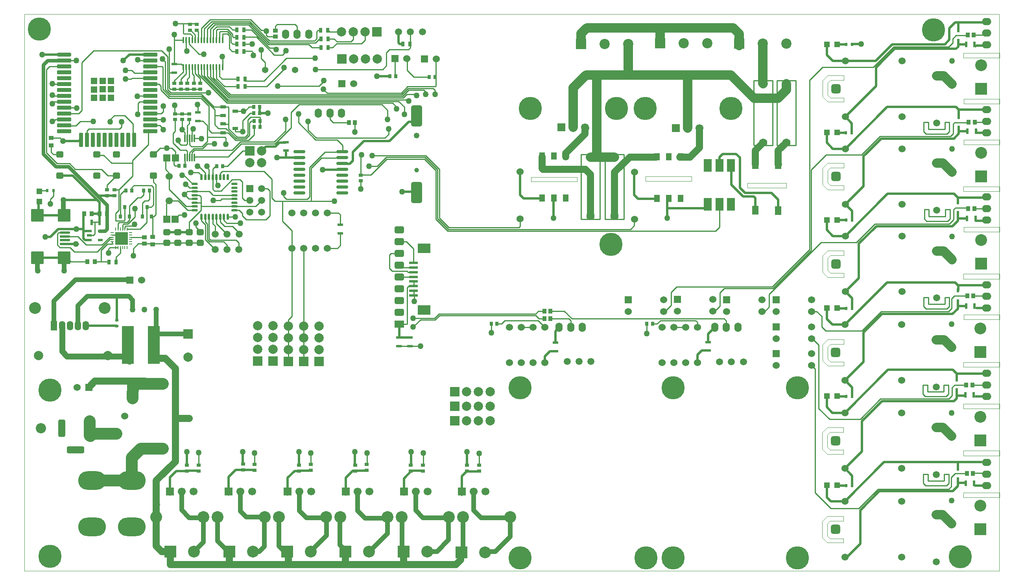
<source format=gtl>
G04*
G04 #@! TF.GenerationSoftware,Altium Limited,CircuitMaker,2.2.1 (2.2.1.6)*
G04*
G04 Layer_Physical_Order=1*
G04 Layer_Color=25308*
%FSLAX24Y24*%
%MOIN*%
G70*
G04*
G04 #@! TF.SameCoordinates,A2895FC5-3AE1-40D1-BB98-85C0BD90A9E4*
G04*
G04*
G04 #@! TF.FilePolarity,Positive*
G04*
G01*
G75*
%ADD10C,0.0100*%
%ADD20C,0.0600*%
%ADD23C,0.0010*%
%ADD24C,0.0001*%
%ADD68C,0.0800*%
%ADD69R,0.0709X0.1102*%
%ADD107R,0.0512X0.0591*%
%ADD108R,0.0335X0.0276*%
G04:AMPARAMS|DCode=109|XSize=61mil|YSize=51.2mil|CornerRadius=6.4mil|HoleSize=0mil|Usage=FLASHONLY|Rotation=180.000|XOffset=0mil|YOffset=0mil|HoleType=Round|Shape=RoundedRectangle|*
%AMROUNDEDRECTD109*
21,1,0.0610,0.0384,0,0,180.0*
21,1,0.0482,0.0512,0,0,180.0*
1,1,0.0128,-0.0241,0.0192*
1,1,0.0128,0.0241,0.0192*
1,1,0.0128,0.0241,-0.0192*
1,1,0.0128,-0.0241,-0.0192*
%
%ADD109ROUNDEDRECTD109*%
%ADD110R,0.0394X0.0374*%
%ADD111O,0.0276X0.0079*%
%ADD112O,0.0079X0.0276*%
%ADD113R,0.1055X0.1055*%
%ADD114R,0.0492X0.0236*%
%ADD115R,0.0453X0.0512*%
%ADD116R,0.0236X0.0315*%
%ADD117R,0.0236X0.0492*%
%ADD118R,0.0197X0.0335*%
%ADD119R,0.0354X0.0394*%
%ADD120R,0.0748X0.0236*%
%ADD121R,0.1102X0.0827*%
%ADD122R,0.0315X0.0354*%
%ADD123R,0.0394X0.0354*%
G04:AMPARAMS|DCode=124|XSize=35.4mil|YSize=120.7mil|CornerRadius=8.9mil|HoleSize=0mil|Usage=FLASHONLY|Rotation=0.000|XOffset=0mil|YOffset=0mil|HoleType=Round|Shape=RoundedRectangle|*
%AMROUNDEDRECTD124*
21,1,0.0354,0.1030,0,0,0.0*
21,1,0.0177,0.1207,0,0,0.0*
1,1,0.0177,0.0089,-0.0515*
1,1,0.0177,-0.0089,-0.0515*
1,1,0.0177,-0.0089,0.0515*
1,1,0.0177,0.0089,0.0515*
%
%ADD124ROUNDEDRECTD124*%
G04:AMPARAMS|DCode=125|XSize=35.4mil|YSize=120.7mil|CornerRadius=8.9mil|HoleSize=0mil|Usage=FLASHONLY|Rotation=90.000|XOffset=0mil|YOffset=0mil|HoleType=Round|Shape=RoundedRectangle|*
%AMROUNDEDRECTD125*
21,1,0.0354,0.1030,0,0,90.0*
21,1,0.0177,0.1207,0,0,90.0*
1,1,0.0177,0.0515,0.0089*
1,1,0.0177,0.0515,-0.0089*
1,1,0.0177,-0.0515,-0.0089*
1,1,0.0177,-0.0515,0.0089*
%
%ADD125ROUNDEDRECTD125*%
G04:AMPARAMS|DCode=126|XSize=35.4mil|YSize=120.7mil|CornerRadius=0mil|HoleSize=0mil|Usage=FLASHONLY|Rotation=90.000|XOffset=0mil|YOffset=0mil|HoleType=Round|Shape=Octagon|*
%AMOCTAGOND126*
4,1,8,-0.0604,-0.0089,-0.0604,0.0089,-0.0515,0.0177,0.0515,0.0177,0.0604,0.0089,0.0604,-0.0089,0.0515,-0.0177,-0.0515,-0.0177,-0.0604,-0.0089,0.0*
%
%ADD126OCTAGOND126*%

%ADD127R,0.0524X0.0524*%
%ADD128O,0.1024X0.0276*%
%ADD129R,0.0276X0.0335*%
%ADD130R,0.0374X0.0394*%
%ADD131R,0.0374X0.0315*%
%ADD132R,0.0512X0.0453*%
G04:AMPARAMS|DCode=133|XSize=106.3mil|YSize=106.3mil|CornerRadius=8mil|HoleSize=0mil|Usage=FLASHONLY|Rotation=90.000|XOffset=0mil|YOffset=0mil|HoleType=Round|Shape=RoundedRectangle|*
%AMROUNDEDRECTD133*
21,1,0.1063,0.0904,0,0,90.0*
21,1,0.0904,0.1063,0,0,90.0*
1,1,0.0159,0.0452,0.0452*
1,1,0.0159,0.0452,-0.0452*
1,1,0.0159,-0.0452,-0.0452*
1,1,0.0159,-0.0452,0.0452*
%
%ADD133ROUNDEDRECTD133*%
%ADD134O,0.0906X0.0197*%
%ADD135R,0.0300X0.0400*%
%ADD136R,0.0400X0.0220*%
%ADD137R,0.0315X0.0354*%
%ADD138R,0.0551X0.0780*%
%ADD139O,0.0157X0.0531*%
%ADD140R,0.0315X0.0394*%
%ADD141R,0.1024X0.3228*%
G04:AMPARAMS|DCode=142|XSize=90.6mil|YSize=177.2mil|CornerRadius=13.6mil|HoleSize=0mil|Usage=FLASHONLY|Rotation=180.000|XOffset=0mil|YOffset=0mil|HoleType=Round|Shape=RoundedRectangle|*
%AMROUNDEDRECTD142*
21,1,0.0906,0.1500,0,0,180.0*
21,1,0.0634,0.1772,0,0,180.0*
1,1,0.0272,-0.0317,0.0750*
1,1,0.0272,0.0317,0.0750*
1,1,0.0272,0.0317,-0.0750*
1,1,0.0272,-0.0317,-0.0750*
%
%ADD142ROUNDEDRECTD142*%
%ADD143R,0.0315X0.0236*%
%ADD144R,0.0591X0.0610*%
%ADD145R,0.0472X0.0256*%
%ADD146O,0.0118X0.0669*%
G04:AMPARAMS|DCode=147|XSize=20mil|YSize=50mil|CornerRadius=5mil|HoleSize=0mil|Usage=FLASHONLY|Rotation=0.000|XOffset=0mil|YOffset=0mil|HoleType=Round|Shape=RoundedRectangle|*
%AMROUNDEDRECTD147*
21,1,0.0200,0.0400,0,0,0.0*
21,1,0.0100,0.0500,0,0,0.0*
1,1,0.0100,0.0050,-0.0200*
1,1,0.0100,-0.0050,-0.0200*
1,1,0.0100,-0.0050,0.0200*
1,1,0.0100,0.0050,0.0200*
%
%ADD147ROUNDEDRECTD147*%
G04:AMPARAMS|DCode=148|XSize=50mil|YSize=20mil|CornerRadius=5mil|HoleSize=0mil|Usage=FLASHONLY|Rotation=0.000|XOffset=0mil|YOffset=0mil|HoleType=Round|Shape=RoundedRectangle|*
%AMROUNDEDRECTD148*
21,1,0.0500,0.0100,0,0,0.0*
21,1,0.0400,0.0200,0,0,0.0*
1,1,0.0100,0.0200,-0.0050*
1,1,0.0100,-0.0200,-0.0050*
1,1,0.0100,-0.0200,0.0050*
1,1,0.0100,0.0200,0.0050*
%
%ADD148ROUNDEDRECTD148*%
G04:AMPARAMS|DCode=149|XSize=61mil|YSize=51.2mil|CornerRadius=12.8mil|HoleSize=0mil|Usage=FLASHONLY|Rotation=180.000|XOffset=0mil|YOffset=0mil|HoleType=Round|Shape=RoundedRectangle|*
%AMROUNDEDRECTD149*
21,1,0.0610,0.0256,0,0,180.0*
21,1,0.0354,0.0512,0,0,180.0*
1,1,0.0256,-0.0177,0.0128*
1,1,0.0256,0.0177,0.0128*
1,1,0.0256,0.0177,-0.0128*
1,1,0.0256,-0.0177,-0.0128*
%
%ADD149ROUNDEDRECTD149*%
%ADD150C,0.0200*%
%ADD151C,0.0390*%
%ADD152C,0.0300*%
%ADD153C,0.1000*%
%ADD154C,0.0500*%
%ADD155C,0.0400*%
%ADD156C,0.0394*%
%ADD157C,0.0394*%
%ADD158C,0.0600*%
G04:AMPARAMS|DCode=159|XSize=80mil|YSize=80mil|CornerRadius=20mil|HoleSize=0mil|Usage=FLASHONLY|Rotation=0.000|XOffset=0mil|YOffset=0mil|HoleType=Round|Shape=RoundedRectangle|*
%AMROUNDEDRECTD159*
21,1,0.0800,0.0400,0,0,0.0*
21,1,0.0400,0.0800,0,0,0.0*
1,1,0.0400,0.0200,-0.0200*
1,1,0.0400,-0.0200,-0.0200*
1,1,0.0400,-0.0200,0.0200*
1,1,0.0400,0.0200,0.0200*
%
%ADD159ROUNDEDRECTD159*%
%ADD160C,0.1000*%
%ADD161R,0.1000X0.1000*%
%ADD162O,0.0800X0.0600*%
%ADD163R,0.0787X0.0787*%
%ADD164C,0.0787*%
%ADD165C,0.0500*%
%ADD166C,0.0591*%
%ADD167R,0.0600X0.0600*%
%ADD168C,0.0700*%
%ADD169O,0.0600X0.0800*%
%ADD170C,0.0866*%
%ADD171R,0.0866X0.0866*%
%ADD172C,0.0669*%
%ADD173R,0.0669X0.0669*%
G04:AMPARAMS|DCode=174|XSize=60mil|YSize=80mil|CornerRadius=15mil|HoleSize=0mil|Usage=FLASHONLY|Rotation=90.000|XOffset=0mil|YOffset=0mil|HoleType=Round|Shape=RoundedRectangle|*
%AMROUNDEDRECTD174*
21,1,0.0600,0.0500,0,0,90.0*
21,1,0.0300,0.0800,0,0,90.0*
1,1,0.0300,0.0250,0.0150*
1,1,0.0300,0.0250,-0.0150*
1,1,0.0300,-0.0250,-0.0150*
1,1,0.0300,-0.0250,0.0150*
%
%ADD174ROUNDEDRECTD174*%
%ADD175R,0.0800X0.0600*%
%ADD176O,0.2362X0.1575*%
%ADD177C,0.0560*%
%ADD178R,0.0560X0.0560*%
%ADD179C,0.0900*%
%ADD180C,0.0394*%
%ADD181C,0.0492*%
%ADD182R,0.0787X0.0787*%
%ADD183O,0.0551X0.0787*%
%ADD184R,0.0551X0.0787*%
%ADD185R,0.1000X0.1000*%
%ADD186C,0.0540*%
%ADD187C,0.0870*%
G04:AMPARAMS|DCode=188|XSize=149.6mil|YSize=60mil|CornerRadius=15mil|HoleSize=0mil|Usage=FLASHONLY|Rotation=180.000|XOffset=0mil|YOffset=0mil|HoleType=Round|Shape=RoundedRectangle|*
%AMROUNDEDRECTD188*
21,1,0.1496,0.0300,0,0,180.0*
21,1,0.1196,0.0600,0,0,180.0*
1,1,0.0300,-0.0598,0.0150*
1,1,0.0300,0.0598,0.0150*
1,1,0.0300,0.0598,-0.0150*
1,1,0.0300,-0.0598,-0.0150*
%
%ADD188ROUNDEDRECTD188*%
G04:AMPARAMS|DCode=189|XSize=149.6mil|YSize=60mil|CornerRadius=15mil|HoleSize=0mil|Usage=FLASHONLY|Rotation=90.000|XOffset=0mil|YOffset=0mil|HoleType=Round|Shape=RoundedRectangle|*
%AMROUNDEDRECTD189*
21,1,0.1496,0.0300,0,0,90.0*
21,1,0.1196,0.0600,0,0,90.0*
1,1,0.0300,0.0150,0.0598*
1,1,0.0300,0.0150,-0.0598*
1,1,0.0300,-0.0150,-0.0598*
1,1,0.0300,-0.0150,0.0598*
%
%ADD189ROUNDEDRECTD189*%
G04:AMPARAMS|DCode=190|XSize=177.2mil|YSize=60mil|CornerRadius=15mil|HoleSize=0mil|Usage=FLASHONLY|Rotation=90.000|XOffset=0mil|YOffset=0mil|HoleType=Round|Shape=RoundedRectangle|*
%AMROUNDEDRECTD190*
21,1,0.1772,0.0300,0,0,90.0*
21,1,0.1472,0.0600,0,0,90.0*
1,1,0.0300,0.0150,0.0736*
1,1,0.0300,0.0150,-0.0736*
1,1,0.0300,-0.0150,-0.0736*
1,1,0.0300,-0.0150,0.0736*
%
%ADD190ROUNDEDRECTD190*%
%ADD191R,0.0591X0.0591*%
%ADD192C,0.0197*%
%ADD193C,0.1968*%
D10*
X88032Y17165D02*
Y17953D01*
X87827Y16961D02*
X88032Y17165D01*
Y17953D02*
X88346Y18268D01*
X89350D01*
X81843Y16961D02*
X87827D01*
X80197Y15315D02*
X81843Y16961D01*
X42490Y34173D02*
Y34567D01*
X41181Y29803D02*
X41260Y29882D01*
X22953Y52552D02*
Y52847D01*
X24050Y48246D02*
X24260D01*
X22244Y48856D02*
X22300Y48800D01*
X88110Y25571D02*
X88327Y25787D01*
X88110Y24882D02*
Y25571D01*
X87827Y24599D02*
X88110Y24882D01*
X82040Y24599D02*
X87827D01*
X80315Y22874D02*
X82040Y24599D01*
X88071Y32283D02*
Y33110D01*
X87788Y32000D02*
X88071Y32283D01*
X82079Y32000D02*
X87788D01*
X80472Y30394D02*
X82079Y32000D01*
X81567Y39441D02*
X87867D01*
X80000Y37874D02*
X81567Y39441D01*
X87867D02*
X88228Y39803D01*
Y40669D01*
X88386Y40827D01*
X89350Y48032D02*
X89429Y47953D01*
X82008Y46890D02*
X87953D01*
X80433Y45315D02*
X82008Y46890D01*
X87953D02*
X88189Y47126D01*
Y47913D01*
X21772Y50984D02*
Y54291D01*
X21632Y50848D02*
Y53643D01*
X21142Y54134D02*
X21632Y53643D01*
Y50848D02*
X21890Y50591D01*
X21772Y50984D02*
X21860Y50896D01*
X21201Y53445D02*
X21435Y53210D01*
Y50848D02*
Y53210D01*
Y50848D02*
X21832Y50451D01*
X18661Y44606D02*
Y44843D01*
Y43525D02*
Y44606D01*
X16211Y45285D02*
X16890Y44606D01*
X18661D01*
X15669Y45285D02*
X16211D01*
X90906Y54567D02*
X90984Y54488D01*
X90074Y54483D02*
X90157Y54567D01*
X41929Y53229D02*
X42150Y53450D01*
X43809Y51929D02*
X43848D01*
X42480D02*
X43809D01*
X90906Y39843D02*
X90945Y39882D01*
X24000Y49550D02*
X24200Y49350D01*
X42490Y33386D02*
Y33780D01*
X42520Y32874D02*
Y33386D01*
X22953Y56446D02*
X24036D01*
X14207Y46575D02*
Y46732D01*
X21329Y45866D02*
X21452Y45989D01*
X15472Y39606D02*
X15866D01*
X20354Y37766D02*
X21411D01*
X17229Y30724D02*
X17305Y30800D01*
X14685Y36260D02*
X14803Y36378D01*
X22283Y45039D02*
Y45591D01*
X22008Y45866D02*
X22283Y45591D01*
X21575Y45866D02*
X22008D01*
X44350Y51929D02*
Y53400D01*
X41929Y52480D02*
X42480Y51929D01*
X41929Y52480D02*
Y53229D01*
X40906Y51978D02*
Y53465D01*
Y51978D02*
X40955Y51929D01*
X49055Y30197D02*
Y30984D01*
X62244Y30157D02*
Y30984D01*
X62244Y30984D01*
X11693Y41142D02*
Y41555D01*
X11949Y41811D01*
Y42283D01*
X15620Y45335D02*
X15669Y45285D01*
X12268Y44567D02*
X13331D01*
X16496Y42736D02*
X17308Y43548D01*
X13331Y44567D02*
X13803Y44094D01*
X16024D01*
X16555Y43563D01*
X17293D01*
X29459Y47677D02*
Y48189D01*
X11622Y52819D02*
X12913D01*
X11362Y45472D02*
Y52559D01*
X11622Y52819D01*
X11362Y45472D02*
X12268Y44567D01*
X17469Y42333D02*
X17498Y42362D01*
X17126Y42333D02*
X17469D01*
X16496D02*
Y42736D01*
X11772Y45512D02*
Y46102D01*
X11949Y45335D02*
X12490D01*
X11772Y45512D02*
X11949Y45335D01*
X12520Y46732D02*
X12756Y46496D01*
X11772Y46732D02*
X12520D01*
X12869Y49319D02*
X12913D01*
X13910Y49318D02*
X13937Y49291D01*
X12869Y49318D02*
X13910D01*
X11925Y50319D02*
X12913D01*
X12024Y49819D02*
X12913D01*
X14370Y49094D02*
Y53150D01*
X14094Y48819D02*
X14370Y49094D01*
X12913Y48819D02*
X14094D01*
X42208Y54408D02*
Y55750D01*
X14370Y53150D02*
X15354Y54134D01*
X14213Y48150D02*
X15315D01*
X20000Y46181D02*
Y47319D01*
X17421Y38524D02*
X17717Y38228D01*
X16929Y38524D02*
X17421D01*
X16732Y37441D02*
X17224D01*
X16614Y37323D02*
X16732Y37441D01*
X16614Y36969D02*
Y37323D01*
X17224Y37441D02*
X17421D01*
X77008Y37874D02*
X80000D01*
X72598Y33465D02*
X77008Y37874D01*
X81417Y52756D02*
X83150Y54488D01*
X77126Y52756D02*
X81417D01*
X76024Y51654D02*
X77126Y52756D01*
X41024Y49213D02*
X41102Y49291D01*
X43328Y50806D02*
X43701Y50433D01*
X12138Y48319D02*
X12913D01*
X11870Y51319D02*
X12913D01*
X77717Y22874D02*
X80315D01*
X76811Y23780D02*
X77717Y22874D01*
X55884Y31399D02*
X68798D01*
X55236Y32047D02*
X55884Y31399D01*
X54075Y32047D02*
X55236D01*
X66513Y30673D02*
Y31125D01*
X63386Y31260D02*
X66378D01*
X66513Y31125D01*
X68798Y31399D02*
X68976Y31220D01*
Y30669D02*
Y31220D01*
X53032Y32047D02*
X53563D01*
X52813Y31829D02*
X53032Y32047D01*
X44624Y31829D02*
X52813D01*
X88150Y54803D02*
Y55157D01*
X87835Y54488D02*
X88150Y54803D01*
X83150Y54488D02*
X87835D01*
X16634Y36220D02*
X16752Y36339D01*
X15984Y36260D02*
X16634D01*
X15551D02*
X15984D01*
X15433Y36378D02*
X15551Y36260D01*
X15984Y37204D02*
X16516Y37736D01*
X15984Y36260D02*
Y37204D01*
X16516Y37736D02*
X16929D01*
X14724Y37677D02*
X16063D01*
X14016Y38386D02*
X14724Y37677D01*
X13150Y38386D02*
X14016D01*
X13858Y37756D02*
X14016D01*
X14055Y37717D01*
X14055Y37717D01*
X14488Y40236D02*
X14567Y40315D01*
X19020Y50319D02*
X20000D01*
X21270Y48319D02*
X21321Y48268D01*
X20000Y48319D02*
X21270D01*
X20961Y47819D02*
X21339Y47441D01*
X20000Y47819D02*
X20961D01*
X42165Y29094D02*
X43071D01*
X41299D02*
X42165D01*
X64291Y33661D02*
X64746Y34116D01*
X72855D02*
X76024Y37284D01*
X64746Y34116D02*
X72855D01*
X72913Y33976D02*
X76163Y37226D01*
X68780Y33976D02*
X72913D01*
X68425Y33622D02*
X68780Y33976D01*
X76024Y37284D02*
Y51654D01*
X76163Y37226D02*
Y44037D01*
X72598Y32402D02*
Y33465D01*
X76496Y16654D02*
Y27142D01*
X77835Y15315D02*
X80197D01*
X88327Y25787D02*
X89311D01*
X77047Y30728D02*
Y31614D01*
X77382Y30394D02*
X80472D01*
X77047Y30728D02*
X77382Y30394D01*
X14016Y37756D02*
X14055Y37717D01*
X88189Y47913D02*
X88307Y48032D01*
X89350D01*
X88386Y40827D02*
X89350D01*
X89980Y47953D02*
X90098Y48071D01*
X90984D02*
X91063Y47992D01*
X90059Y48071D02*
X90984D01*
X76811Y23780D02*
Y29173D01*
X90866Y25787D02*
X90866Y25787D01*
X90669D02*
X90866D01*
X89823Y25787D02*
X90866D01*
X88150Y55157D02*
X88425Y55433D01*
X90118Y47323D02*
X90197Y47402D01*
X89941Y55433D02*
X89980Y55472D01*
X88425Y55433D02*
X89429D01*
X89980Y55472D02*
X90984D01*
X88307Y33346D02*
X89390D01*
X88071Y33110D02*
X88307Y33346D01*
X12402Y38701D02*
X13150D01*
X12283Y38583D02*
X12402Y38701D01*
X12283Y37677D02*
Y38583D01*
X31457Y54024D02*
X31539Y53941D01*
X22165Y44921D02*
X22283Y45039D01*
X22165Y44468D02*
Y44921D01*
Y44468D02*
X22264Y44370D01*
X22589D01*
X21772Y43496D02*
Y43740D01*
Y42378D02*
Y43496D01*
X21446Y44066D02*
X21772Y43740D01*
Y42378D02*
X23200Y40950D01*
X21535Y40110D02*
Y41181D01*
X21772Y41417D01*
X22533D01*
X20236Y40059D02*
X20335D01*
X20423Y43002D02*
Y43602D01*
Y43002D02*
X20630Y42795D01*
Y40236D02*
Y42795D01*
X20472Y40079D02*
X20630Y40236D01*
X20256Y40079D02*
X20472D01*
X19882Y40866D02*
X20236D01*
X18780Y42717D02*
X20276D01*
X20236Y40866D02*
X20433Y41063D01*
Y42559D01*
X20276Y42717D02*
X20433Y42559D01*
X18593Y42530D02*
X18780Y42717D01*
X18593Y42283D02*
Y42530D01*
X50556Y27717D02*
X50599Y27673D01*
X63745Y27717D02*
X63788Y27673D01*
X53013Y31260D02*
X53599Y30673D01*
X50197Y31260D02*
X53013D01*
X49921Y30984D02*
X50197Y31260D01*
X49921Y30984D02*
X49921Y30984D01*
X49528Y30984D02*
X49921D01*
X63110Y30984D02*
X63386Y31260D01*
X62874Y30984D02*
X63110D01*
X52838Y31690D02*
X53110Y31417D01*
X44682Y31690D02*
X52838D01*
X44310Y31317D02*
X44682Y31690D01*
X44252Y31457D02*
X44624Y31829D01*
X90020Y40748D02*
X91063D01*
X89980Y40709D02*
X90020Y40748D01*
X89902Y33346D02*
X90906D01*
X90945Y33386D01*
X89862Y18268D02*
X89902Y18307D01*
X77441Y45315D02*
X80433D01*
X76163Y44037D02*
X77441Y45315D01*
X60850Y38994D02*
X61159Y39303D01*
X45415Y38994D02*
X60850D01*
X45357Y38855D02*
X68068D01*
X68386Y39173D01*
X44509Y39900D02*
X45415Y38994D01*
X44370Y39842D02*
X45357Y38855D01*
X44649Y39958D02*
X45473Y39134D01*
X51389D01*
X54331Y41575D02*
X54359Y41603D01*
X38003Y43622D02*
X38012Y43613D01*
X89902Y18307D02*
X90906D01*
X68386Y39173D02*
Y41256D01*
X44370Y39842D02*
Y43976D01*
X51409Y39753D02*
X51509Y39653D01*
X68425Y32480D02*
Y33622D01*
X68004Y32059D02*
X68425Y32480D01*
X72217Y32020D02*
X72598Y32402D01*
X76260Y29724D02*
X76811Y29173D01*
X76181Y29724D02*
X76260D01*
X76185Y27453D02*
X76496Y27142D01*
Y16654D02*
X77835Y15315D01*
X28145Y51594D02*
X29783D01*
X28750Y54100D02*
X29000Y53850D01*
X76642Y32020D02*
X77047Y31614D01*
X76185Y32020D02*
X76642D01*
X67839Y32059D02*
X68004D01*
X64291Y32559D02*
Y33661D01*
X63752Y32020D02*
X64291Y32559D01*
X63665Y32020D02*
X63752D01*
X72012D02*
X72217D01*
X44350Y51142D02*
Y51929D01*
X34647Y45050D02*
X36461D01*
X32169Y37398D02*
X32332D01*
X32169Y31618D02*
Y37398D01*
X23209Y54141D02*
Y55150D01*
X30022Y51100D02*
X31572Y52650D01*
X38012Y43622D02*
X38858D01*
X38003D02*
X38012D01*
Y45262D01*
Y43613D02*
Y43622D01*
X38858D02*
X40196Y44960D01*
X37992Y42402D02*
Y43100D01*
Y43593D02*
X38012Y43613D01*
X63740Y30665D02*
X63788Y30713D01*
X51599Y30673D02*
X52599D01*
X35217Y54409D02*
X35609D01*
X35217Y55157D02*
X35740D01*
X35997Y54900D01*
X35116Y55984D02*
X35350Y55750D01*
X36350D01*
X34370Y55866D02*
X34606D01*
X34252Y55748D02*
X34370Y55866D01*
X34252Y55157D02*
Y55748D01*
X34058Y54964D02*
X34252Y55157D01*
X33878Y54409D02*
X34626D01*
X33602Y54685D02*
X33878Y54409D01*
X30272Y54964D02*
X34058D01*
X34175Y54824D02*
X34508Y55157D01*
X32598Y55551D02*
Y56220D01*
X32441Y56378D02*
X32598Y56220D01*
X30906Y56378D02*
X32441D01*
X30748Y56220D02*
X30906Y56378D01*
X30748Y55846D02*
Y56220D01*
X29567Y55866D02*
X30079D01*
X30099Y55335D02*
X30748D01*
X30000Y55433D02*
X30099Y55335D01*
X30000Y55433D02*
Y55827D01*
X35669Y48032D02*
X36988D01*
X35394Y48307D02*
X35669Y48032D01*
X35394Y48307D02*
Y48858D01*
X37480Y48012D02*
X37500Y48032D01*
X37480Y47244D02*
Y48012D01*
X20000Y48819D02*
X21102D01*
X37283Y47244D02*
X37480D01*
X37283Y47244D02*
X37283Y47244D01*
X64749Y30673D02*
X65749D01*
X55787Y30669D02*
Y31260D01*
X55630Y31417D02*
X55787Y31260D01*
X54075Y31417D02*
X55630D01*
X53110D02*
X53563D01*
X15354Y54134D02*
X21142D01*
X32169Y37398D02*
X32173Y37394D01*
X33150Y37216D02*
X33331Y37398D01*
X36102Y40394D02*
X36260Y40236D01*
X31378Y39685D02*
Y41378D01*
X36260Y37638D02*
Y38661D01*
Y39370D02*
Y40236D01*
X32169Y37398D02*
Y38894D01*
X31378Y39685D02*
X32169Y38894D01*
X36016Y37394D02*
X36260Y37638D01*
X35173Y37394D02*
X36016D01*
X35173Y40394D02*
X36102D01*
X31378Y41378D02*
X35748D01*
X30722D02*
X31378D01*
X31850Y31299D02*
X32169Y31618D01*
X31850Y30787D02*
Y31299D01*
X36461Y45550D02*
Y46098D01*
X34950Y45550D02*
X36461D01*
X23450Y54700D02*
Y55135D01*
X33150Y30764D02*
Y37216D01*
Y29764D02*
Y30764D01*
Y28764D02*
Y29764D01*
Y27764D02*
Y28764D01*
X31850Y28787D02*
Y29787D01*
Y30787D01*
Y27787D02*
Y28787D01*
X35984Y46575D02*
X36461Y46098D01*
X34173Y46575D02*
X35984D01*
X32717Y48031D02*
X34173Y46575D01*
X32717Y48031D02*
Y48780D01*
X30450Y41650D02*
X30722Y41378D01*
X33789Y41400D02*
Y44192D01*
X25268Y38071D02*
X27441D01*
X25138Y38202D02*
X25268Y38071D01*
X25138Y38202D02*
Y40032D01*
X25210Y37931D02*
X26399D01*
X24982Y38160D02*
X25210Y37931D01*
X24982Y38160D02*
Y39463D01*
X24843Y38102D02*
X25661Y37283D01*
X24843Y38102D02*
Y39365D01*
X25669Y38583D02*
Y39252D01*
X25453Y39469D02*
X25669Y39252D01*
X25453Y39469D02*
Y40032D01*
X25770Y39490D02*
X26677Y38583D01*
X25770Y39490D02*
Y40032D01*
X27685Y38583D02*
Y38693D01*
X27126Y39252D02*
X27685Y38693D01*
X26448Y39252D02*
X27126D01*
X26399Y37931D02*
X26669Y37661D01*
Y37283D02*
Y37661D01*
X27677Y37283D02*
Y37835D01*
X27441Y38071D02*
X27677Y37835D01*
X24823Y39623D02*
X24982Y39463D01*
X24508Y39700D02*
X24843Y39365D01*
X24016Y39188D02*
X24424Y38780D01*
X24016Y39188D02*
Y39528D01*
X24403Y38758D02*
X24424Y38780D01*
X26090Y39610D02*
X26448Y39252D01*
X21411Y37717D02*
X21553Y37858D01*
X23453D02*
X24403D01*
X22503D02*
X23453D01*
X21553D02*
X22503D01*
X23453Y38758D02*
Y39603D01*
X20305Y37766D02*
X20354Y37717D01*
X19646Y37766D02*
X20305D01*
X19144D02*
X19646D01*
X18740Y37362D02*
X19144Y37766D01*
X18740Y36732D02*
Y37362D01*
X10807Y42283D02*
X11437D01*
X10748Y42224D02*
X10807Y42283D01*
X21260Y48268D02*
X21321D01*
X21260Y47441D02*
X21339D01*
X44649Y39958D02*
Y44091D01*
X43490Y45250D02*
X44649Y44091D01*
X44509Y39900D02*
Y44034D01*
X43432Y45111D02*
X44509Y44034D01*
X43386Y44960D02*
X44370Y43976D01*
X42441Y30709D02*
Y30709D01*
X43050Y31317D01*
X44310D01*
X42441Y31457D02*
X44252D01*
X41929Y30984D02*
Y34055D01*
X41882Y30937D02*
X41929Y30984D01*
X41260Y30937D02*
X41882D01*
X41929Y34055D02*
X42047Y34173D01*
X42667Y42165D02*
X42717Y42116D01*
X33650Y41747D02*
Y44250D01*
X33453Y41550D02*
X33650Y41747D01*
X31686Y41550D02*
X33453D01*
X21811Y52296D02*
X22200D01*
X21142Y53386D02*
X21201Y53445D01*
X22200Y53004D02*
Y53750D01*
X22204Y53000D02*
X22800D01*
X21158Y52818D02*
X21220Y52756D01*
X20162Y52818D02*
X21158D01*
X21832Y50451D02*
X24510D01*
X25571Y49390D01*
X26339D01*
X21771Y50118D02*
X24449D01*
X21063Y50826D02*
Y51142D01*
X21811Y50276D02*
X24488D01*
X21220Y50866D02*
Y52756D01*
Y50866D02*
X21811Y50276D01*
X21063Y50826D02*
X21771Y50118D01*
X21890Y50591D02*
X25079D01*
X20181Y51299D02*
X20906D01*
X21063Y51142D01*
X24488Y50276D02*
X25630Y49134D01*
X28976Y47008D02*
Y47726D01*
X24449Y50118D02*
X25118Y49449D01*
X25630Y48661D02*
Y49134D01*
X25118Y47879D02*
Y49449D01*
X28195Y46817D02*
X28425Y47047D01*
X27513Y46817D02*
X28195D01*
X26811Y47520D02*
X27513Y46817D01*
X28253Y46678D02*
X28565Y46990D01*
X27456Y46678D02*
X28253D01*
X26575Y47559D02*
X27456Y46678D01*
X27398Y46539D02*
X28507D01*
X26751Y47185D02*
X27398Y46539D01*
X28507D02*
X28976Y47008D01*
X26339Y47185D02*
X26751D01*
X25650Y48642D02*
X26339D01*
X25630Y48661D02*
X25650Y48642D01*
X25630Y47874D02*
Y48661D01*
Y47874D02*
X25945Y47559D01*
X26575D01*
X28565Y46990D02*
Y48013D01*
X28740Y48189D01*
X28967D01*
X26811Y47520D02*
Y49331D01*
X26555Y47913D02*
X26772D01*
X28425Y48268D02*
X28661Y48504D01*
X28425Y47047D02*
Y48268D01*
X27799Y46399D02*
X30662D01*
X27101Y45701D02*
X27799Y46399D01*
X30662D02*
X31614Y47351D01*
X30720Y46260D02*
X32087Y47627D01*
X27860Y46260D02*
X30720D01*
X26750Y45150D02*
X27860Y46260D01*
X27402Y47283D02*
X27992D01*
X27362Y47323D02*
X27402Y47283D01*
X27402Y47283D01*
X27362Y47323D02*
Y47559D01*
X28898Y47805D02*
X28976Y47726D01*
X28071Y49016D02*
X28189D01*
X27362D02*
X28071D01*
X27992Y48228D02*
X28622Y48858D01*
X27992Y47283D02*
Y48228D01*
X28661Y48504D02*
X29449D01*
X29459Y48494D01*
Y48189D02*
Y48494D01*
X28622Y48858D02*
X28937D01*
X28543Y49370D02*
X28937D01*
X28189Y49016D02*
X28543Y49370D01*
X26752Y49390D02*
X26811Y49331D01*
X26339Y49390D02*
X26752D01*
X22205Y51614D02*
X22953Y52362D01*
X22205Y51388D02*
Y51614D01*
X22953Y52362D02*
Y52736D01*
X24017Y49567D02*
X24173D01*
X24000Y49550D02*
X24017Y49567D01*
X22244Y48856D02*
Y49528D01*
X21260Y48976D02*
Y49449D01*
X21102Y48819D02*
X21260Y48976D01*
X20162Y51318D02*
X20181Y51299D01*
X25118Y47879D02*
X25139Y47858D01*
Y47420D02*
Y47858D01*
Y47420D02*
X25374Y47185D01*
X26339D01*
X22205Y55039D02*
Y55512D01*
Y53755D02*
Y55039D01*
X22953D01*
X22200D02*
X22205D01*
X22200Y53750D02*
Y55039D01*
Y53750D02*
X22205Y53755D01*
X25000Y46450D02*
Y46811D01*
X24550Y46000D02*
X25000Y46450D01*
Y46811D02*
Y47800D01*
X26496Y46811D02*
X26575Y46732D01*
X25000Y46811D02*
X26496D01*
X26575Y46220D02*
Y46732D01*
X12925Y53307D02*
X13898D01*
X14803Y47362D02*
X14961Y47520D01*
X14803Y46829D02*
Y47362D01*
X14707Y46732D02*
X14803Y46829D01*
X17717Y47677D02*
Y48110D01*
X17559Y47520D02*
X17717Y47677D01*
X14961Y47520D02*
X17559D01*
X19134Y48780D02*
Y49685D01*
X19094Y48740D02*
X19134Y48780D01*
X19925Y52244D02*
X20000Y52319D01*
X18815Y52244D02*
X19925D01*
X18579Y52480D02*
X18815Y52244D01*
X22847Y43583D02*
X22860D01*
X22939Y43661D01*
X23106Y44563D02*
Y45093D01*
X22939Y43661D02*
X23768Y42832D01*
X22696Y45700D02*
X23200D01*
X22087Y46310D02*
X22696Y45700D01*
X22087Y46310D02*
Y47137D01*
X22250Y47300D01*
X51389Y39134D02*
X51509Y39253D01*
X12795Y41496D02*
X12953D01*
X13366Y37461D02*
X13740Y37087D01*
X12283Y37677D02*
X12500Y37461D01*
X13740Y37087D02*
X15670D01*
X12500Y37461D02*
X13366D01*
X15670Y37087D02*
X16713Y38130D01*
X40150Y45111D02*
X43432D01*
X39389Y44350D02*
X40150Y45111D01*
X38700Y44350D02*
X39389D01*
X40354Y47047D02*
Y47520D01*
X40039Y46732D02*
X40354Y47047D01*
X34213Y46732D02*
X40039D01*
X33543Y47402D02*
X34213Y46732D01*
X33543Y47402D02*
Y48150D01*
X23894Y46707D02*
X24474D01*
X24488Y46693D01*
X32087Y48898D02*
X32763Y49574D01*
X32087Y47627D02*
Y48898D01*
X32763Y49574D02*
X39796D01*
X31614Y47351D02*
Y48307D01*
X28665Y56768D02*
X29567Y55866D01*
X28900Y53750D02*
X29000Y53850D01*
X28095Y54100D02*
X28750D01*
X29783Y51594D02*
X31693Y53504D01*
X34134D01*
X17992Y48661D02*
X18604Y48050D01*
X17126Y48661D02*
X17992D01*
X16772Y48307D02*
X17126Y48661D01*
X29890Y52800D02*
Y53141D01*
X29567Y53465D02*
X29890Y53141D01*
X29567Y53465D02*
Y54213D01*
X11850Y51339D02*
X11870Y51319D01*
X19906Y52677D02*
X20024Y52795D01*
X38012Y45262D02*
X38050Y45300D01*
X40435Y54250D02*
X42050D01*
X39850Y52550D02*
X40166Y52866D01*
X40433Y54252D02*
X40435Y54250D01*
X40166Y53985D02*
X40433Y54252D01*
X40166Y52866D02*
Y53985D01*
X42047Y34173D02*
X42451D01*
X41260Y34937D02*
X41283Y34961D01*
X42451D01*
X40559Y36937D02*
X41260D01*
X40433Y36811D02*
X40559Y36937D01*
X40433Y35669D02*
Y36811D01*
Y35669D02*
X40669Y35433D01*
X41929D01*
X42008Y35354D01*
X42451D01*
X41260Y35937D02*
X41449Y35748D01*
X42451D01*
X41260Y37937D02*
X41276Y37953D01*
X41850D01*
X42451Y37352D01*
Y36142D02*
Y37352D01*
X17305Y30800D02*
X17323Y30818D01*
X24317Y48189D02*
X24611D01*
X24260Y48246D02*
X24317Y48189D01*
X24611D02*
X25000Y47800D01*
X23976Y52203D02*
Y52736D01*
Y52203D02*
X24409Y51770D01*
Y51388D02*
Y51770D01*
X25500Y51862D02*
X26951Y50411D01*
X25256Y51909D02*
X26894Y50271D01*
X26836Y50132D02*
X41589D01*
X25000Y51968D02*
X26836Y50132D01*
X26778Y49993D02*
X41937D01*
X24744Y52027D02*
X26778Y49993D01*
X24488Y52085D02*
X26720Y49853D01*
X24232Y52144D02*
X26663Y49714D01*
X11968Y48150D02*
X12138Y48319D01*
X11850Y48150D02*
X11968D01*
X11850Y49646D02*
X12024Y49819D01*
X11850Y50394D02*
X11925Y50319D01*
X30157Y54685D02*
X33602D01*
X31378Y53780D02*
X31539Y53941D01*
X30668Y53780D02*
X31378D01*
X30000Y55827D02*
X30020Y55846D01*
X28551Y56488D02*
X30215Y54824D01*
X34175D01*
X28494Y56348D02*
X30157Y54685D01*
X29148Y55300D02*
X30668Y53780D01*
X30275Y54370D02*
X30787D01*
X28745Y55900D02*
X30275Y54370D01*
X31567Y54134D02*
X31654D01*
X31457Y54024D02*
X31567Y54134D01*
X28607Y56629D02*
X30272Y54964D01*
X35609Y54409D02*
X35950Y54750D01*
X19094Y53346D02*
Y53386D01*
Y53346D02*
X19122Y53319D01*
X20000D01*
Y52819D02*
X20024Y52795D01*
X18012Y39193D02*
X18110Y39291D01*
X18012Y39016D02*
Y39193D01*
X17815Y39016D02*
Y39350D01*
X41937Y49993D02*
X42047Y49882D01*
X25218Y56768D02*
X28665D01*
X17618Y36988D02*
Y37441D01*
X17269Y36639D02*
X17618Y36988D01*
X17269Y36220D02*
Y36639D01*
X10984Y53819D02*
X10984Y53819D01*
X26951Y50411D02*
X41474D01*
X26894Y50271D02*
X41532D01*
X26720Y49853D02*
X41210D01*
X26663Y49714D02*
X40680D01*
X34843Y50857D02*
Y50866D01*
Y50857D02*
X35150Y50550D01*
X29085Y40935D02*
X29600Y41450D01*
X27300Y40935D02*
X29085D01*
X18386Y39764D02*
Y40079D01*
X18207Y39585D02*
X18386Y39764D01*
X17538Y39585D02*
X18207D01*
X18386Y40079D02*
Y40984D01*
X19094Y41693D01*
X17910Y39446D02*
X18265D01*
X17815Y39350D02*
X17910Y39446D01*
X17421Y39469D02*
X17538Y39585D01*
X17421Y39016D02*
Y39469D01*
X19063Y50276D02*
X19075D01*
X19020Y50319D02*
X19063Y50276D01*
X18622Y51819D02*
X20000D01*
X18071Y51732D02*
X18535D01*
X18622Y51819D01*
X18071Y52480D02*
X18579D01*
X13858Y47795D02*
X14213Y48150D01*
X16772Y48110D02*
Y48307D01*
X18858Y40039D02*
Y40748D01*
X18265Y39446D02*
X18858Y40039D01*
X20354Y38346D02*
Y40039D01*
X20335Y40059D02*
X20354Y40039D01*
X20236Y40059D02*
X20256Y40079D01*
X19862Y40748D02*
Y40846D01*
X19882Y40866D01*
X17913Y39724D02*
X18012Y39823D01*
X17244Y39724D02*
X17913D01*
X18110Y39291D02*
X18740D01*
X18012Y39823D02*
Y40748D01*
X18661Y44843D02*
X20000Y46181D01*
X17498Y42362D02*
X18661Y43525D01*
X17638Y41949D02*
X17933Y42244D01*
X17638Y39961D02*
Y41949D01*
X17933Y42244D02*
X18189D01*
X17498Y40609D02*
Y42362D01*
X17244Y40354D02*
X17498Y40609D01*
X17244Y39724D02*
Y40354D01*
X18707Y46732D02*
Y47947D01*
X18604Y48050D02*
X18707Y47947D01*
X18604Y48050D02*
X18604D01*
X16713Y38130D02*
X16929D01*
Y37736D02*
X16929Y37913D01*
X15472Y38622D02*
Y39606D01*
X15315Y38465D02*
X15472Y38622D01*
X15000Y38465D02*
X15315D01*
X15236Y39606D02*
X15472D01*
X13425Y36260D02*
X14685D01*
X13091Y36594D02*
X13425Y36260D01*
X22283Y56457D02*
X22294Y56446D01*
X22953D01*
X12913Y53319D02*
X12925Y53307D01*
X19980Y51339D02*
X20000Y51319D01*
X19134Y49685D02*
X19268Y49819D01*
X20000D01*
X12913Y47819D02*
X12937Y47795D01*
X13858D01*
X21004Y45866D02*
X21329D01*
X16713Y38327D02*
X16929D01*
X16063Y37677D02*
X16713Y38327D01*
X13150Y38701D02*
X13150Y38701D01*
X19616Y38327D02*
X19646Y38297D01*
X18504Y38327D02*
X19616D01*
X21550Y45866D02*
X21575D01*
X20512Y45374D02*
X21004Y45866D01*
X19862Y40748D02*
X19862Y40748D01*
X19862Y39587D02*
Y40748D01*
X19291Y39016D02*
X19862Y39587D01*
X18209Y39016D02*
X19291D01*
X19587Y41909D02*
Y42244D01*
X19370Y41693D02*
X19587Y41909D01*
X19094Y41693D02*
X19370D01*
X20098Y41555D02*
Y42244D01*
X19961Y41417D02*
X20098Y41555D01*
X19685Y41417D02*
X19961D01*
X19488Y41220D02*
X19685Y41417D01*
X19488Y39961D02*
Y41220D01*
X13150Y37756D02*
X13150Y37756D01*
X14803Y38091D02*
X14823Y38071D01*
X23858Y50896D02*
X24252D01*
X23661D02*
X23858D01*
X14207Y46732D02*
X14213Y46726D01*
X24744Y56004D02*
X25369Y56629D01*
X28607D01*
X25513Y56488D02*
X28551D01*
X25640Y56348D02*
X28494D01*
X25256Y55965D02*
X25640Y56348D01*
X25781Y56181D02*
X26869D01*
X25512Y55912D02*
X25781Y56181D01*
X25512Y56489D02*
X25513Y56488D01*
X25256Y55039D02*
Y55965D01*
X25512Y55150D02*
Y55912D01*
X26869Y56181D02*
X27150Y55900D01*
X26686Y55984D02*
X27129Y55541D01*
X25878Y55984D02*
X26686D01*
X27205Y55276D02*
X27500D01*
X27129Y55351D02*
X27205Y55276D01*
X27129Y55351D02*
Y55541D01*
X26685Y55787D02*
X26990Y55483D01*
Y54861D02*
Y55483D01*
Y54861D02*
X27150Y54700D01*
X26680Y55596D02*
X26850Y55425D01*
Y54331D02*
Y55425D01*
Y54331D02*
X27087Y54094D01*
X25768Y55874D02*
X25878Y55984D01*
X26102Y55787D02*
X26685D01*
X26024Y55709D02*
X26102Y55787D01*
X26024Y55039D02*
Y55709D01*
X26280Y55596D02*
X26680D01*
X25000Y55978D02*
X25512Y56489D01*
X25000Y55039D02*
Y55978D01*
X24744Y55039D02*
Y56004D01*
X28095Y55300D02*
X29148D01*
X28095Y55900D02*
X28745D01*
X24488Y56038D02*
X25218Y56768D01*
X26280Y55039D02*
Y55596D01*
X27087Y54094D02*
X27500D01*
X27150Y54700D02*
X27505D01*
X25768Y55039D02*
Y55874D01*
X24232Y52144D02*
Y52552D01*
X24744Y52027D02*
Y52552D01*
X24488Y52085D02*
Y52552D01*
X25000Y51968D02*
Y52552D01*
X25256Y51909D02*
Y52552D01*
X25500Y51862D02*
Y52540D01*
X26459Y51100D02*
X27605D01*
X25768Y51791D02*
X26459Y51100D01*
X25768Y51791D02*
Y52736D01*
X26024Y51965D02*
X26238Y51750D01*
X26024Y51965D02*
Y52736D01*
X26238Y51750D02*
X27605D01*
X22953Y55630D02*
Y56446D01*
Y55630D02*
X22992Y55591D01*
X23543D01*
X23720Y55413D01*
Y55039D02*
Y55413D01*
X24036Y56446D02*
X24094Y56388D01*
X23514Y55935D02*
X23976Y55472D01*
Y55039D02*
Y55472D01*
X24094Y55896D02*
X24232Y55758D01*
Y55039D02*
Y55758D01*
X22953Y56446D02*
X22953Y56446D01*
X26260Y53661D02*
X26280Y53642D01*
Y52736D02*
Y53642D01*
X23720Y52185D02*
X23858Y52047D01*
Y51388D02*
Y52047D01*
X23307Y50896D02*
X23650D01*
X23307Y51732D02*
X23465Y51890D01*
X23307Y51388D02*
Y51732D01*
X22756Y50896D02*
X23071D01*
X23189Y52165D02*
Y52717D01*
X22756Y51732D02*
X23189Y52165D01*
X22756Y51388D02*
Y51732D01*
X22205Y50896D02*
X22756D01*
X23069Y50904D02*
X23078Y50896D01*
X21860D02*
X22205D01*
X23720Y52185D02*
Y52736D01*
X23465Y51890D02*
Y52736D01*
X23189Y52717D02*
X23209Y52736D01*
X21535Y40110D02*
X21746Y39900D01*
X22533Y41417D02*
X23330Y40620D01*
X21446Y44066D02*
Y44961D01*
X23078Y50896D02*
X23307D01*
X40276Y48307D02*
Y49094D01*
X39796Y49574D02*
X40276Y49094D01*
X40680Y49714D02*
X41102Y49291D01*
X41210Y49853D02*
X41693Y49370D01*
X44291Y50433D02*
Y50787D01*
X41024Y49213D02*
X41043D01*
X41693Y48740D02*
Y49370D01*
X31457Y41780D02*
X31686Y41550D01*
X31457Y41780D02*
Y42087D01*
X42628Y50433D02*
X42717Y50344D01*
X41891Y50433D02*
X42628D01*
X41589Y50132D02*
X41891Y50433D01*
X43504D02*
X43701D01*
X42066Y50806D02*
X43328D01*
X41532Y50271D02*
X42066Y50806D01*
X44134Y50945D02*
X44291Y50787D01*
X42008Y50945D02*
X44134D01*
X41474Y50411D02*
X42008Y50945D01*
X44311Y51102D02*
X44350Y51142D01*
X41968Y51102D02*
X44311D01*
X41416Y50550D02*
X41968Y51102D01*
X35150Y50550D02*
X41416D01*
X40196Y44960D02*
X43386D01*
X38950Y45250D02*
X43490D01*
X24000Y48246D02*
X24050D01*
X22250Y48796D02*
X22650D01*
X22154D02*
X22250D01*
X23650Y46000D02*
X24550D01*
X23500Y46150D02*
X23650Y46000D01*
X22250Y47300D02*
Y48304D01*
X22500Y46400D02*
X22750Y46150D01*
X22850Y48796D02*
X23250D01*
X22850Y47450D02*
Y48304D01*
X23303Y46707D02*
Y47800D01*
X23450Y47947D01*
Y48304D01*
X23750Y47500D02*
X23800D01*
X23697Y47447D02*
X23750Y47500D01*
X34450Y51150D02*
X34850Y51550D01*
X31050Y51150D02*
X34450D01*
X34850Y51550D02*
Y51600D01*
X30450Y41650D02*
Y43250D01*
X24488Y55150D02*
Y56038D01*
X31511Y52700D02*
X31523D01*
X31572Y52650D01*
X25000Y46250D02*
X25600D01*
X24600Y45850D02*
X25000Y46250D01*
X23850Y45850D02*
X24600D01*
X24000Y48196D02*
X24050Y48246D01*
X24200Y48904D02*
Y49350D01*
X29800Y43900D02*
X30450Y43250D01*
X26250Y43900D02*
X29800D01*
X26090Y43740D02*
X26250Y43900D01*
X33650Y44250D02*
X34950Y45550D01*
X33789Y44192D02*
X34647Y45050D01*
X23951Y45150D02*
X26750D01*
X23899Y45701D02*
X27101D01*
X23697Y45093D02*
Y45500D01*
X23899Y45701D01*
X23500Y45500D02*
X23850Y45850D01*
X23503Y48257D02*
X23550Y48304D01*
X23050Y50904D02*
X23069D01*
X34150Y52550D02*
X39850D01*
X23697Y46707D02*
Y47447D01*
X24450Y40935D02*
Y41250D01*
Y40600D02*
Y40935D01*
X27300D01*
X22150Y48800D02*
X22154Y48796D01*
X22700D02*
X22850D01*
X51509Y39253D02*
Y39653D01*
X61159Y39303D02*
Y39753D01*
X23894Y45093D02*
X23951Y45150D01*
X25450Y42400D02*
Y43410D01*
Y42400D02*
X25600Y42250D01*
X26150D01*
X48000Y19100D02*
X48029Y19129D01*
Y19983D01*
X43250Y19095D02*
X43290Y19135D01*
Y20000D01*
X38500Y19095D02*
X38525Y19120D01*
Y20009D01*
X33750Y19095D02*
Y20000D01*
X29000Y19095D02*
Y20000D01*
X24250Y19095D02*
Y20050D01*
X42050Y54250D02*
X42208Y54408D01*
X38350Y55050D02*
Y55650D01*
X38050Y54750D02*
X38350Y55050D01*
X35950Y54750D02*
X38050D01*
X44350Y53400D02*
X44400Y53450D01*
X35997Y54900D02*
X37150D01*
X37350Y55100D02*
Y55650D01*
X37150Y54900D02*
X37350Y55100D01*
X28095Y55300D02*
X28145Y55350D01*
X24250Y43800D02*
X24508Y43542D01*
X23600Y43800D02*
X24250D01*
X25453Y44107D02*
X25696Y44350D01*
X26300D02*
X26700D01*
X24950Y44250D02*
Y44350D01*
Y44250D02*
X25138Y44062D01*
X29600Y42450D02*
X30100D01*
X30300Y42250D01*
Y40150D02*
Y42250D01*
X29950Y39800D02*
X30300Y40150D01*
X28300Y39800D02*
X29950D01*
X27950Y40150D02*
X28300Y39800D01*
X27950Y40150D02*
Y40350D01*
X27688Y40612D02*
X27950Y40350D01*
X27300Y40612D02*
X27688D01*
X27750Y43200D02*
X27950Y43000D01*
X27100Y43200D02*
X27750D01*
X26150Y42250D02*
X27100Y43200D01*
X28150Y41450D02*
X28600D01*
X27950Y41650D02*
X28150Y41450D01*
X27950Y41650D02*
Y43000D01*
X23330Y40620D02*
X23920D01*
X22604Y40200D02*
X23050D01*
X22254Y39850D02*
X22604Y40200D01*
X25138Y43412D02*
Y44062D01*
X24508Y43412D02*
Y43542D01*
X23200Y45700D02*
X23303Y45597D01*
X23453Y39603D02*
X24450Y40600D01*
X23200Y40950D02*
X23905D01*
X23920Y41250D02*
X24450D01*
Y41750D01*
X24318Y41882D02*
X24450Y41750D01*
X23920Y41882D02*
X24318D01*
X26100Y41450D02*
X26215Y41565D01*
X25500Y41450D02*
X26100D01*
X26215Y41565D02*
X27300D01*
X23050Y41950D02*
X23302Y42202D01*
X23920D01*
X23050Y41950D02*
X23435Y41565D01*
X23920D01*
X25162Y42202D02*
X25467Y41897D01*
X23920Y42202D02*
X25162D01*
X25482Y41882D02*
X27300D01*
X22200Y53004D02*
X22204Y53000D01*
X22800D02*
X22953Y52847D01*
X57500Y27775D02*
X57550Y27825D01*
X23150Y42800D02*
X23200D01*
X23488Y42512D01*
X27150Y55900D02*
X27505D01*
X28095Y54700D02*
X28650D01*
X28195Y51100D02*
X30022D01*
X24508Y39700D02*
Y40032D01*
X24823Y39623D02*
Y40032D01*
X26090Y39610D02*
Y40032D01*
X26410Y39740D02*
X26650Y39500D01*
X27800D01*
X23488Y42512D02*
X23920D01*
X28000Y45650D02*
X28600D01*
X26700Y44350D02*
X28000Y45650D01*
X23209Y54141D02*
X23250Y54100D01*
X25770Y42830D02*
X25900Y42700D01*
X25770Y42830D02*
Y43412D01*
X26090D02*
Y43740D01*
X22750Y46150D02*
X23200D01*
X23303Y46253D01*
Y46707D01*
Y45093D02*
Y45597D01*
X22850Y47450D02*
X23106Y47194D01*
X23450Y54700D02*
X24300Y53850D01*
X24692D01*
X23450Y55135D02*
X23465Y55150D01*
X24150Y44450D02*
X24823Y43777D01*
Y43412D02*
Y43777D01*
X25450Y43410D02*
X25453Y43412D01*
X26410Y39740D02*
Y40032D01*
X27332D02*
X27350Y40050D01*
X26730Y40032D02*
X27332D01*
X23768Y42832D02*
X23920D01*
X25453Y43412D02*
Y44107D01*
X23500Y45093D02*
Y45500D01*
X23106Y46707D02*
Y47194D01*
X23500Y46150D02*
Y46707D01*
X25500Y52540D02*
X25512Y52552D01*
X23905Y40950D02*
X23920Y40935D01*
X73255Y46108D02*
Y51608D01*
Y46108D02*
X74855D01*
Y51608D01*
X73255D02*
X74855D01*
X71287Y46108D02*
Y51608D01*
Y46108D02*
X72887D01*
Y51608D01*
X71287D02*
X72887D01*
X58259Y39853D02*
Y45353D01*
X56659D02*
X58259D01*
X56659Y39853D02*
Y45353D01*
Y39853D02*
X58259D01*
X60309D02*
Y45353D01*
X58709D02*
X60309D01*
X58709Y39853D02*
Y45353D01*
Y39853D02*
X60309D01*
X87677Y32244D02*
X87874Y32441D01*
Y33228D01*
X87480Y32638D02*
Y33228D01*
X85906Y32244D02*
X87677D01*
X86102Y32638D02*
X87480D01*
X86102Y47480D02*
Y48071D01*
X87677Y47087D02*
X87874Y47283D01*
Y48071D01*
X87480Y47480D02*
Y48071D01*
X85709Y47283D02*
Y48071D01*
Y47283D02*
X85906Y47087D01*
X86102Y47480D02*
X87480D01*
X85906Y47087D02*
X87677D01*
X85709Y48071D02*
X86102D01*
X87480D02*
X87874D01*
X86142Y40079D02*
Y40669D01*
X87717Y39685D02*
X87913Y39882D01*
Y40669D01*
X87520Y40079D02*
Y40669D01*
X85748Y39882D02*
Y40669D01*
Y39882D02*
X85945Y39685D01*
X86142Y40079D02*
X87520D01*
X85945Y39685D02*
X87717D01*
X85748Y40669D02*
X86142D01*
X87520D02*
X87913D01*
X86102Y32638D02*
Y33228D01*
X85709Y32441D02*
Y33228D01*
Y32441D02*
X85906Y32244D01*
X85709Y33228D02*
X86102D01*
X87480D02*
X87874D01*
X86063Y17638D02*
Y18228D01*
X87638Y17244D02*
X87835Y17441D01*
Y18228D01*
X87441Y17638D02*
Y18228D01*
X85669Y17441D02*
Y18228D01*
Y17441D02*
X85866Y17244D01*
X86063Y17638D02*
X87441D01*
X85866Y17244D02*
X87638D01*
X85669Y18228D02*
X86063D01*
X87441D02*
X87835D01*
X87795Y25787D02*
X87795Y25787D01*
X87402Y25787D02*
X87795D01*
X86024Y25197D02*
Y25787D01*
X87598Y24803D02*
X87795Y25000D01*
Y25787D01*
X87402Y25197D02*
Y25787D01*
X85630D02*
X86024D01*
X85630Y25000D02*
Y25787D01*
Y25000D02*
X85827Y24803D01*
X86024Y25197D02*
X87402D01*
X85827Y24803D02*
X87598D01*
D20*
X19701Y26102D02*
X19780Y26024D01*
X15472Y26102D02*
X19701D01*
X14961Y25591D02*
X15472Y26102D01*
X57017Y44094D02*
X57459Y43653D01*
Y40103D02*
Y43653D01*
X53417Y44094D02*
X57017D01*
X71417Y45689D02*
X72087Y46358D01*
X71417Y44488D02*
Y45689D01*
X73377Y45680D02*
X74055Y46358D01*
X73377Y44488D02*
Y45680D01*
Y44488D02*
X73386Y44497D01*
X55359Y45146D02*
Y45437D01*
X57002Y47080D01*
Y47643D01*
X66702Y45914D02*
Y47593D01*
X65906Y45118D02*
X66702Y45914D01*
X65016Y45118D02*
X65906D01*
X21417Y28031D02*
X22283Y27165D01*
X20512Y28031D02*
X21417D01*
X20472Y28071D02*
X20512Y28031D01*
X20472Y28071D02*
Y29173D01*
X41614Y11600D02*
X41753D01*
X36693Y11493D02*
X36850Y11650D01*
X22283Y22950D02*
Y27165D01*
X20669Y14567D02*
Y15748D01*
Y17677D01*
Y12126D02*
Y14567D01*
Y17677D02*
X22283Y19291D01*
X20669Y12126D02*
X21145Y11650D01*
X41614Y10551D02*
Y11600D01*
Y10551D02*
X46065D01*
X36693D02*
X41614D01*
X36693D02*
Y11493D01*
X31850Y10550D02*
X36693D01*
X21145Y11650D02*
X21850D01*
X22283Y19291D02*
Y22950D01*
X46065Y10551D02*
X46457Y10943D01*
Y11650D01*
X22283Y22950D02*
X23450D01*
X65702Y48443D02*
X65702Y48443D01*
X60780Y45125D02*
X63009D01*
X59509Y43853D02*
X60780Y45125D01*
X59509Y40103D02*
Y43853D01*
X53359Y44153D02*
Y45146D01*
X57002Y47643D02*
X57052Y47593D01*
X26850Y10550D02*
X31850D01*
X21850D02*
X26850D01*
Y11550D01*
X31850Y10550D02*
Y11400D01*
X21850Y10550D02*
Y11650D01*
D23*
X92087Y10006D02*
Y57250D01*
X42047Y10000D02*
X92087D01*
X9500Y57250D02*
X92087D01*
X9500Y10000D02*
Y57250D01*
Y10000D02*
Y57250D01*
Y10000D02*
X42900D01*
X77559Y52047D02*
X78937D01*
X77126Y51614D02*
X77559Y52047D01*
X77126Y50236D02*
Y51614D01*
Y50236D02*
X77559Y49803D01*
X78937D01*
Y50157D01*
X77795D02*
X78937D01*
X77559Y50394D02*
X77795Y50157D01*
X77559Y50394D02*
Y51417D01*
X77795Y51654D01*
X78937D01*
Y52047D01*
X77559Y44606D02*
X78937D01*
X77126Y44173D02*
X77559Y44606D01*
X77126Y42795D02*
Y44173D01*
Y42795D02*
X77559Y42362D01*
X78937D01*
Y42717D01*
X77795D02*
X78937D01*
X77559Y42953D02*
X77795Y42717D01*
X77559Y42953D02*
Y43976D01*
X77795Y44213D01*
X78937D01*
Y44606D01*
X77559Y37165D02*
X78937D01*
X77126Y36732D02*
X77559Y37165D01*
X77126Y35354D02*
Y36732D01*
Y35354D02*
X77559Y34921D01*
X78937D01*
Y35276D01*
X77795D02*
X78937D01*
X77559Y35512D02*
X77795Y35276D01*
X77559Y35512D02*
Y36535D01*
X77795Y36772D01*
X78937D01*
Y37165D01*
X77559Y29646D02*
X78937D01*
X77126Y29213D02*
X77559Y29646D01*
X77126Y27835D02*
Y29213D01*
Y27835D02*
X77559Y27402D01*
X78937D01*
Y27756D01*
X77795D02*
X78937D01*
X77559Y27992D02*
X77795Y27756D01*
X77559Y27992D02*
Y29016D01*
X77795Y29252D01*
X78937D01*
Y29646D01*
X77520Y14646D02*
X78898D01*
X77087Y14213D02*
X77520Y14646D01*
X77087Y12835D02*
Y14213D01*
Y12835D02*
X77520Y12402D01*
X78898D01*
Y12756D01*
X77756D02*
X78898D01*
X77520Y12992D02*
X77756Y12756D01*
X77520Y12992D02*
Y14016D01*
X77756Y14252D01*
X78898D01*
Y14646D01*
Y21772D02*
Y22165D01*
X77756Y21772D02*
X78898D01*
X77520Y21535D02*
X77756Y21772D01*
X77520Y20512D02*
Y21535D01*
Y20512D02*
X77756Y20276D01*
X78898D01*
Y19921D02*
Y20276D01*
X77520Y19921D02*
X78898D01*
X77087Y20354D02*
X77520Y19921D01*
X77087Y20354D02*
Y21732D01*
X77520Y22165D01*
X78898D01*
D24*
X92126Y16246D02*
Y16654D01*
X90412Y27723D02*
X92126D01*
X89062Y27316D02*
X92126D01*
Y27723D01*
X90448Y31746D02*
X92126D01*
X89098Y31339D02*
X92126D01*
Y31654D02*
Y31755D01*
Y31348D02*
Y31450D01*
Y35118D02*
Y35220D01*
Y34813D02*
Y34914D01*
Y39094D02*
Y39196D01*
Y38789D02*
Y38891D01*
Y39094D01*
Y42198D02*
Y42605D01*
X89062Y42198D02*
X92126D01*
X89098Y49646D02*
Y50053D01*
X92126Y49646D02*
Y50053D01*
X90448D02*
X92126D01*
X89098D02*
X90448D01*
X89098Y49646D02*
X92126D01*
X90448Y46589D02*
X92126D01*
X89098Y46181D02*
X92126D01*
Y46589D01*
Y19813D02*
Y19914D01*
Y20118D02*
Y20220D01*
Y19914D02*
Y20118D01*
X90412Y20204D02*
X92126D01*
X89055Y19796D02*
X92126D01*
X89062Y16246D02*
Y16654D01*
X90412D01*
X89062Y16246D02*
X92126D01*
X90412Y16654D02*
X92126D01*
X89055Y19796D02*
Y20204D01*
X90412D01*
X89062Y23773D02*
Y24180D01*
X92126Y23773D02*
Y24180D01*
X89062D02*
X90412D01*
X89062Y23773D02*
X92126D01*
X90412Y24180D02*
X92126D01*
X89062Y27316D02*
Y27723D01*
X90412D01*
X89098Y31339D02*
Y31746D01*
X92126Y31450D02*
Y31654D01*
X89098Y31746D02*
X90448D01*
X89062Y34796D02*
Y35204D01*
X92126Y34914D02*
Y35118D01*
X89062Y35204D02*
X90412D01*
X89062Y34796D02*
X92126D01*
X90412Y35204D02*
X92126D01*
X89102Y38773D02*
Y39180D01*
X90452D01*
X89102Y38773D02*
X92126D01*
X90452Y39180D02*
X92126D01*
X89062Y42198D02*
Y42605D01*
X90412D01*
X92126D01*
X89098Y46181D02*
Y46589D01*
X90448D01*
X89055Y53536D02*
Y53944D01*
X92126Y53536D02*
Y53944D01*
X89055D02*
X90405D01*
X89055Y53536D02*
X92126D01*
X90405Y53944D02*
X92126D01*
X72102Y42927D02*
X74052D01*
X70752Y42520D02*
X74052D01*
X70752Y42927D02*
X72102D01*
X74052Y42520D02*
Y42927D01*
X70752Y42520D02*
Y42927D01*
X52420Y43032D02*
Y43429D01*
Y43032D02*
X54370D01*
X56320D01*
Y43429D01*
X52420D02*
X56320D01*
X62144Y43072D02*
Y43465D01*
Y43072D02*
X66044D01*
Y43465D01*
X64094D02*
X66044D01*
X62144D02*
X64094D01*
X9500Y10000D02*
Y57250D01*
D68*
X86811Y37147D02*
X87381D01*
X88110Y36417D01*
X87420Y29627D02*
X88071Y28976D01*
X86772Y29627D02*
X87420D01*
X87381Y52029D02*
X88110Y51299D01*
X86811Y52029D02*
X87381D01*
X57093Y52093D02*
X57992D01*
X56002Y51002D02*
X57093Y52093D01*
X56002Y47643D02*
Y51002D01*
X74055Y50827D02*
Y51358D01*
X73346Y50118D02*
X74055Y50827D01*
X71339Y50118D02*
X73346D01*
X69364Y52093D02*
X71339Y50118D01*
X65702Y52093D02*
X69364D01*
X72052Y51393D02*
X72087Y51358D01*
X57459Y45103D02*
X59509D01*
X87341Y44627D02*
X88110Y43858D01*
X86811Y44627D02*
X87341D01*
X86772Y22186D02*
X87341D01*
X88071Y21457D01*
X86772Y14785D02*
X87302D01*
X88071Y14016D01*
X57992Y45197D02*
Y52093D01*
X57156Y56093D02*
X63307D01*
X56661Y55598D02*
X57156Y56093D01*
X56661Y54724D02*
Y55598D01*
X70052Y54743D02*
Y55593D01*
Y54593D02*
Y54743D01*
X60661Y52100D02*
Y54724D01*
X63346Y54764D02*
Y56053D01*
X63307Y56093D02*
X63346Y56053D01*
X63307Y56093D02*
X69552D01*
X72052Y51393D02*
Y54593D01*
X69552Y56093D02*
X70052Y55593D01*
X65702Y48443D02*
Y52093D01*
X60661Y52100D02*
X60669Y52093D01*
X65702D01*
X58102D02*
X60669D01*
X65702Y47593D02*
Y48443D01*
D69*
X67402Y44409D02*
D03*
X69370Y41102D02*
D03*
X68386D02*
D03*
X67402D02*
D03*
X69370Y44409D02*
D03*
X68386D02*
D03*
D107*
X65094Y41614D02*
D03*
X64094D02*
D03*
X63094D02*
D03*
X65094Y45157D02*
D03*
X64094D02*
D03*
X63094D02*
D03*
X53370Y45197D02*
D03*
X54370D02*
D03*
X55370D02*
D03*
X53370Y41654D02*
D03*
X54370D02*
D03*
X55370D02*
D03*
D108*
X17126Y42333D02*
D03*
Y41841D02*
D03*
X28031Y19065D02*
D03*
X32756Y18986D02*
D03*
Y18494D02*
D03*
X37520Y18986D02*
D03*
Y18494D02*
D03*
X47008Y18986D02*
D03*
Y18494D02*
D03*
X42244Y18986D02*
D03*
Y18494D02*
D03*
X23268Y18986D02*
D03*
Y18494D02*
D03*
X28031Y18573D02*
D03*
X16496Y42333D02*
D03*
Y41841D02*
D03*
X23543Y55896D02*
D03*
Y56388D02*
D03*
X24094Y55896D02*
D03*
Y56388D02*
D03*
X37992Y43593D02*
D03*
Y43100D02*
D03*
X23858Y50896D02*
D03*
Y51388D02*
D03*
X23307Y50896D02*
D03*
Y51388D02*
D03*
X22205Y50896D02*
D03*
Y51388D02*
D03*
X22756Y50896D02*
D03*
Y51388D02*
D03*
X24409Y50896D02*
D03*
Y51388D02*
D03*
X22850Y48304D02*
D03*
Y48796D02*
D03*
X22250Y48304D02*
D03*
Y48796D02*
D03*
X23450Y48304D02*
D03*
Y48796D02*
D03*
D109*
X12490Y45335D02*
D03*
X15620D02*
D03*
X12490Y43563D02*
D03*
X15620D02*
D03*
X17293Y45335D02*
D03*
X20423D02*
D03*
X17293Y43563D02*
D03*
X20423D02*
D03*
D110*
X11772Y46732D02*
D03*
Y46102D02*
D03*
X20354Y38346D02*
D03*
Y37717D02*
D03*
D111*
X16929Y38720D02*
D03*
Y38524D02*
D03*
Y38327D02*
D03*
Y38130D02*
D03*
Y37933D02*
D03*
Y37736D02*
D03*
X18504D02*
D03*
Y37933D02*
D03*
Y38130D02*
D03*
Y38327D02*
D03*
Y38524D02*
D03*
Y38720D02*
D03*
D112*
X17224Y37441D02*
D03*
X17421D02*
D03*
X17618D02*
D03*
X17815D02*
D03*
X18012D02*
D03*
X18209D02*
D03*
Y39016D02*
D03*
X18012D02*
D03*
X17815D02*
D03*
X17618D02*
D03*
X17421D02*
D03*
X17224D02*
D03*
D113*
X17717Y38228D02*
D03*
D114*
X31654Y45669D02*
D03*
Y46378D02*
D03*
X42165Y29803D02*
D03*
Y29094D02*
D03*
X41220Y29803D02*
D03*
Y29094D02*
D03*
X67441Y29409D02*
D03*
Y28701D02*
D03*
X54488Y28661D02*
D03*
Y29370D02*
D03*
X36260Y39370D02*
D03*
Y38661D02*
D03*
X24200Y48196D02*
D03*
Y48904D02*
D03*
X22200Y53004D02*
D03*
Y52296D02*
D03*
D115*
X77480Y24843D02*
D03*
X78366D02*
D03*
X77480Y17283D02*
D03*
X78366D02*
D03*
X77480Y54685D02*
D03*
X78366D02*
D03*
X77480Y47205D02*
D03*
X78366D02*
D03*
X77480Y39764D02*
D03*
X78366D02*
D03*
X77480Y32323D02*
D03*
X78366D02*
D03*
D116*
X79626Y24803D02*
D03*
X79114D02*
D03*
X79626Y17244D02*
D03*
X79114D02*
D03*
X79626Y54685D02*
D03*
X79114D02*
D03*
X79606Y47165D02*
D03*
X79094D02*
D03*
X79626Y39764D02*
D03*
X79114D02*
D03*
X79626Y32283D02*
D03*
X79114D02*
D03*
X11437Y42283D02*
D03*
X11949D02*
D03*
D117*
X90000Y54685D02*
D03*
X89291D02*
D03*
X89961Y17441D02*
D03*
X89252D02*
D03*
X89213Y24961D02*
D03*
X89921D02*
D03*
X89409Y47323D02*
D03*
X90118D02*
D03*
X89370Y39921D02*
D03*
X90079D02*
D03*
X89291Y32480D02*
D03*
X90000D02*
D03*
X14488Y39567D02*
D03*
X15197D02*
D03*
X16575D02*
D03*
X15866D02*
D03*
D118*
X88504Y26240D02*
D03*
Y25335D02*
D03*
X88661Y48524D02*
D03*
Y47618D02*
D03*
X88622Y55886D02*
D03*
Y54980D02*
D03*
X88583Y17776D02*
D03*
Y18681D02*
D03*
X88583Y32894D02*
D03*
Y33799D02*
D03*
X88583Y40374D02*
D03*
Y41280D02*
D03*
D119*
X89311Y25787D02*
D03*
X89823D02*
D03*
X89508Y48071D02*
D03*
X90020D02*
D03*
X89429Y55472D02*
D03*
X89941D02*
D03*
X89862Y18268D02*
D03*
X89350D02*
D03*
X89902Y33346D02*
D03*
X89390D02*
D03*
X89980Y40748D02*
D03*
X89468D02*
D03*
X53563Y32047D02*
D03*
X54075D02*
D03*
X53563Y31417D02*
D03*
X54075D02*
D03*
X37500Y48032D02*
D03*
X36988D02*
D03*
D120*
X42451Y35354D02*
D03*
Y34961D02*
D03*
Y34567D02*
D03*
Y33780D02*
D03*
Y36142D02*
D03*
Y33386D02*
D03*
Y35748D02*
D03*
Y34173D02*
D03*
D121*
X43376Y32146D02*
D03*
Y37382D02*
D03*
D122*
X62244Y30984D02*
D03*
X62717D02*
D03*
X49055Y30984D02*
D03*
X49528D02*
D03*
D123*
X30748Y55335D02*
D03*
Y55846D02*
D03*
X19646Y37766D02*
D03*
Y38297D02*
D03*
D124*
X18799Y46575D02*
D03*
X18299D02*
D03*
X17799D02*
D03*
X17299D02*
D03*
X16799D02*
D03*
X16299D02*
D03*
X15799D02*
D03*
X15295D02*
D03*
X14799D02*
D03*
X14299D02*
D03*
D125*
X20162Y47319D02*
D03*
Y47818D02*
D03*
Y48319D02*
D03*
Y48818D02*
D03*
Y49318D02*
D03*
Y49819D02*
D03*
Y50318D02*
D03*
Y50819D02*
D03*
Y51318D02*
D03*
Y51818D02*
D03*
Y52319D02*
D03*
Y52818D02*
D03*
Y53319D02*
D03*
Y53818D02*
D03*
X12869Y50318D02*
D03*
Y51318D02*
D03*
Y51818D02*
D03*
Y52818D02*
D03*
Y47319D02*
D03*
Y47818D02*
D03*
Y48818D02*
D03*
Y53319D02*
D03*
Y52319D02*
D03*
Y50819D02*
D03*
Y49819D02*
D03*
Y49318D02*
D03*
Y48319D02*
D03*
D126*
Y53818D02*
D03*
D127*
X16122Y50866D02*
D03*
Y51588D02*
D03*
X15400D02*
D03*
X16844Y50866D02*
D03*
Y51588D02*
D03*
X15400Y50862D02*
D03*
X16122Y50143D02*
D03*
X16844D02*
D03*
X15400D02*
D03*
D128*
X36417Y42079D02*
D03*
Y42579D02*
D03*
Y43079D02*
D03*
Y43579D02*
D03*
Y44079D02*
D03*
Y44579D02*
D03*
Y45079D02*
D03*
Y45579D02*
D03*
X32795Y42079D02*
D03*
Y42579D02*
D03*
Y43079D02*
D03*
Y43579D02*
D03*
Y44079D02*
D03*
Y44579D02*
D03*
Y45079D02*
D03*
Y45579D02*
D03*
D129*
X29459Y48189D02*
D03*
X28967D02*
D03*
X29449Y47677D02*
D03*
X28957D02*
D03*
X18593Y42283D02*
D03*
X18100D02*
D03*
X19596D02*
D03*
X20089D02*
D03*
X25804Y44350D02*
D03*
X26296D02*
D03*
X28937Y48858D02*
D03*
X29429D02*
D03*
X28937Y49370D02*
D03*
X29429D02*
D03*
X43809Y51929D02*
D03*
X44301D02*
D03*
X22589Y44370D02*
D03*
X23081D02*
D03*
X40463Y51968D02*
D03*
X40955D02*
D03*
D130*
X16496Y40315D02*
D03*
X15866D02*
D03*
X14843Y36260D02*
D03*
X15472D02*
D03*
X15197Y40315D02*
D03*
X14567D02*
D03*
D131*
X29000Y19046D02*
D03*
Y18554D02*
D03*
X33750Y19046D02*
D03*
Y18554D02*
D03*
X38500Y19046D02*
D03*
Y18554D02*
D03*
X48032Y18986D02*
D03*
Y18494D02*
D03*
X43268Y18986D02*
D03*
Y18494D02*
D03*
X24252D02*
D03*
Y18986D02*
D03*
D132*
X10748Y42224D02*
D03*
Y41339D02*
D03*
D133*
X10610Y40177D02*
D03*
Y36594D02*
D03*
X12854D02*
D03*
Y40177D02*
D03*
D134*
X12913Y39016D02*
D03*
Y38701D02*
D03*
Y37756D02*
D03*
Y38071D02*
D03*
Y38386D02*
D03*
D135*
X16668Y36220D02*
D03*
X17269D02*
D03*
X41550Y54700D02*
D03*
X42150D02*
D03*
D136*
X15000Y38839D02*
D03*
Y38465D02*
D03*
Y38091D02*
D03*
X15945D02*
D03*
Y38839D02*
D03*
D137*
X17638Y40079D02*
D03*
X18386D02*
D03*
X18012Y40866D02*
D03*
X19508Y40079D02*
D03*
X20256D02*
D03*
X19882Y40866D02*
D03*
D138*
X73377Y40588D02*
D03*
X71417Y44488D02*
D03*
X73377D02*
D03*
X71417Y40598D02*
D03*
D139*
X26280Y55039D02*
D03*
X26024D02*
D03*
X25768D02*
D03*
X25512D02*
D03*
X25256D02*
D03*
X25000D02*
D03*
X24744D02*
D03*
X24488D02*
D03*
X24232D02*
D03*
X23976D02*
D03*
X23720D02*
D03*
X23465D02*
D03*
X23209D02*
D03*
X22953D02*
D03*
X26280Y52736D02*
D03*
X26024D02*
D03*
X25768D02*
D03*
X25512D02*
D03*
X25256D02*
D03*
X25000D02*
D03*
X24744D02*
D03*
X24488D02*
D03*
X24232D02*
D03*
X23976D02*
D03*
X23720D02*
D03*
X23465D02*
D03*
X23209D02*
D03*
X22953D02*
D03*
D140*
X27605Y51750D02*
D03*
X28195D02*
D03*
X27500Y54094D02*
D03*
X28091D02*
D03*
X27505Y54700D02*
D03*
X28095D02*
D03*
X27500Y55276D02*
D03*
X28091D02*
D03*
X27605Y51100D02*
D03*
X28195D02*
D03*
X27505Y55900D02*
D03*
X28095D02*
D03*
X34606Y55866D02*
D03*
X35197D02*
D03*
X34626Y54409D02*
D03*
X35217D02*
D03*
X34626Y55157D02*
D03*
X35217D02*
D03*
D141*
X18268Y29173D02*
D03*
X20472D02*
D03*
D142*
X42717Y42116D02*
D03*
Y48622D02*
D03*
D143*
X17323Y30768D02*
D03*
Y31280D02*
D03*
D144*
X21575Y45039D02*
D03*
X22283D02*
D03*
X21546Y39850D02*
D03*
X22254D02*
D03*
D145*
X27362Y49016D02*
D03*
X26339Y48642D02*
D03*
Y49390D02*
D03*
X27362Y47559D02*
D03*
X26339Y47185D02*
D03*
Y47933D02*
D03*
D146*
X23894Y46707D02*
D03*
X23697D02*
D03*
X23500D02*
D03*
X23303D02*
D03*
X23106D02*
D03*
X23894Y45093D02*
D03*
X23697D02*
D03*
X23500D02*
D03*
X23303D02*
D03*
X23106D02*
D03*
D147*
X24508Y43412D02*
D03*
X24823D02*
D03*
X25138D02*
D03*
X25453D02*
D03*
X25770D02*
D03*
X26090D02*
D03*
X26410D02*
D03*
X26730D02*
D03*
Y40032D02*
D03*
X26410D02*
D03*
X26090D02*
D03*
X25770D02*
D03*
X25453D02*
D03*
X25138D02*
D03*
X24823D02*
D03*
X24508D02*
D03*
D148*
X27300Y42832D02*
D03*
Y42512D02*
D03*
Y42202D02*
D03*
Y41882D02*
D03*
Y41565D02*
D03*
Y41250D02*
D03*
Y40935D02*
D03*
Y40612D02*
D03*
X23920Y40620D02*
D03*
Y40935D02*
D03*
Y41250D02*
D03*
Y41565D02*
D03*
Y41882D02*
D03*
Y42202D02*
D03*
Y42512D02*
D03*
Y42832D02*
D03*
D149*
X21553Y37858D02*
D03*
Y38758D02*
D03*
X22503Y37858D02*
D03*
Y38758D02*
D03*
X24403Y37858D02*
D03*
Y38758D02*
D03*
X23453Y37858D02*
D03*
Y38758D02*
D03*
D150*
X79626Y54724D02*
X80394D01*
X79606Y54705D02*
X79626Y54724D01*
X88668Y17480D02*
X89252D01*
X79016Y11024D02*
X80315Y12323D01*
X66535Y27559D02*
Y28346D01*
X88149Y16772D02*
X88583Y17205D01*
X81929Y16772D02*
X88149D01*
X80315Y15157D02*
X81929Y16772D01*
X88260Y24409D02*
X88504Y24653D01*
X82165Y24409D02*
X88260D01*
X80472Y22717D02*
X82165Y24409D01*
X88135Y31811D02*
X88583Y32259D01*
X82158Y31811D02*
X88135D01*
X80591Y30244D02*
X82158Y31811D01*
X88119Y39252D02*
X88583Y39715D01*
X81685Y39252D02*
X88119D01*
X80197Y37764D02*
X81685Y39252D01*
X88247Y46693D02*
X88661Y47107D01*
X82087Y46693D02*
X88247D01*
X80787Y45394D02*
X82087Y46693D01*
X90118Y47165D02*
X91063D01*
X34750Y44050D02*
X36461D01*
X90079Y39724D02*
X91024D01*
X10984Y53819D02*
X12913D01*
X12795Y41339D02*
X12953Y41496D01*
X17305Y30800D02*
X17323D01*
X10709Y40315D02*
X10846Y40177D01*
X10709Y40157D02*
Y40315D01*
X13150Y37756D02*
X14016D01*
X10610Y40413D02*
X10709Y40315D01*
Y41260D01*
X15866Y40315D02*
Y41284D01*
X13587Y43563D02*
X15866Y41284D01*
X12490Y43563D02*
X13587D01*
X15709Y41850D02*
X16486D01*
X16496Y41841D02*
X17126D01*
X12953Y41496D02*
X15591D01*
X12756Y46496D02*
X14128D01*
X14207Y46575D01*
X31632Y46357D02*
X31654Y46378D01*
X31084Y46357D02*
X31632D01*
X30752Y46024D02*
X31084Y46357D01*
X29974Y46024D02*
X30752D01*
X29600Y45650D02*
X29974Y46024D01*
X32795Y45079D02*
X32810D01*
X31654D02*
X32795D01*
X30906D02*
X31654D01*
Y45669D01*
X32810Y45079D02*
X32839Y45050D01*
X70118Y42520D02*
Y45079D01*
X69803Y45394D02*
X70118Y45079D01*
X68661Y45394D02*
X69803D01*
X68386Y45118D02*
X68661Y45394D01*
X68386Y44256D02*
Y45118D01*
X79606Y54705D02*
X79626Y54685D01*
X79075D02*
X79114Y54646D01*
X78366Y54685D02*
X79075D01*
X79055Y53268D02*
X79055Y53268D01*
X77992Y53268D02*
X79055D01*
X77480Y53780D02*
X77992Y53268D01*
X77480Y53780D02*
Y54685D01*
X77992Y45827D02*
X79055D01*
X77480Y46339D02*
X77992Y45827D01*
X77480Y46339D02*
Y47205D01*
X78366D02*
X78406Y47165D01*
X79094D01*
X79055Y48543D02*
X79606Y47992D01*
Y47165D02*
Y47992D01*
X77992Y38425D02*
X79055D01*
X77992Y38425D02*
X77992Y38425D01*
X77480Y38937D02*
X77992Y38425D01*
X77480Y38937D02*
Y39764D01*
X78366D02*
X79114D01*
X79055Y41102D02*
X79626Y40532D01*
Y39764D02*
Y40532D01*
X91063Y34252D02*
X91260Y34449D01*
X88622Y34252D02*
X91063D01*
X88622Y33799D02*
Y34252D01*
X77953Y30906D02*
X79016D01*
X77480Y31378D02*
X77953Y30906D01*
X77480Y31378D02*
Y32323D01*
X78366D02*
X78406Y32283D01*
X79114D01*
X79055Y33701D02*
X79626Y33130D01*
Y32283D02*
Y33130D01*
X88504Y26752D02*
X90846D01*
X88465D02*
X88504D01*
X88543Y26713D01*
X88169Y27087D02*
X88504Y26752D01*
X77480Y23898D02*
X77953Y23425D01*
X77480Y23898D02*
Y24843D01*
X77953Y23425D02*
X79016D01*
X78366Y24843D02*
X78406Y24803D01*
X79114D01*
X79016Y26181D02*
X79626Y25571D01*
Y24803D02*
Y25571D01*
X77480Y16260D02*
X77835Y15906D01*
X77480Y16260D02*
Y17283D01*
X77835Y15906D02*
X79016D01*
X78366Y17283D02*
X78406Y17244D01*
X79114D01*
X79016Y18701D02*
X79626Y18091D01*
Y17244D02*
Y18091D01*
X88504Y24653D02*
Y24895D01*
X88622Y54488D02*
Y54640D01*
X88433Y54299D02*
X88622Y54488D01*
X83228Y54299D02*
X88433D01*
X88622Y54640D02*
Y54980D01*
Y54640D02*
X88668Y54685D01*
X89291D01*
X88661Y47107D02*
Y47277D01*
Y47618D01*
Y47277D02*
X88707Y47323D01*
X89409D01*
X90787Y41693D02*
X90945Y41850D01*
X88583Y41693D02*
X88720D01*
X88583Y41280D02*
Y41693D01*
X88268Y42008D02*
X88583Y41693D01*
X82638Y42008D02*
X88268D01*
X88583Y39715D02*
Y39935D01*
Y40374D01*
Y39935D02*
X88596Y39921D01*
X89370D01*
X88583Y32259D02*
Y32474D01*
X88589Y32480D01*
X88583Y32474D02*
Y32894D01*
X88589Y32480D02*
X89291D01*
X88504Y24895D02*
Y25335D01*
X89147Y24895D02*
X89213Y24961D01*
X88504Y24895D02*
X89147D01*
X89961Y17441D02*
Y17480D01*
Y17323D02*
Y17441D01*
X90039Y17244D02*
X91024D01*
X89961Y17323D02*
X90039Y17244D01*
X88583Y17395D02*
Y17776D01*
Y17205D02*
Y17395D01*
X88668Y17480D01*
X66890Y28701D02*
X67441D01*
X66535Y28346D02*
X66890Y28701D01*
X67441D02*
X67559D01*
X67441Y29409D02*
Y30118D01*
X67992Y30669D01*
X54488Y30354D02*
X54803Y30669D01*
X54488Y29370D02*
Y30354D01*
X53599Y27673D02*
Y28228D01*
X54032Y28661D02*
X54488D01*
X53599Y28228D02*
X54032Y28661D01*
X81654Y52724D02*
X83228Y54299D01*
X88622Y56535D02*
X90945D01*
X87874Y55079D02*
Y56063D01*
X87480Y54685D02*
X87874Y55079D01*
X83031Y54685D02*
X87480D01*
X81614Y53268D02*
X83031Y54685D01*
X91024Y32323D02*
X91102D01*
X90157D02*
X91024D01*
Y24803D02*
X91063D01*
X90079D02*
X91024D01*
X90157Y54567D02*
X90906D01*
X87874Y56063D02*
X88346Y56535D01*
X88622D01*
Y55886D02*
Y56535D01*
X14488Y39567D02*
Y40236D01*
Y39016D02*
Y39567D01*
Y38839D02*
X15000D01*
X14488Y38228D02*
Y38839D01*
Y38228D02*
X14626Y38091D01*
X41220Y29803D02*
X41260D01*
X41181D02*
X41220D01*
X14488Y38839D02*
Y39016D01*
X13898D02*
X14488D01*
X41378Y29803D02*
X42165D01*
X41260Y29882D02*
Y30937D01*
X80315Y12323D02*
Y15157D01*
X82343Y19232D02*
X90571D01*
X79016Y15906D02*
X82343Y19232D01*
X80472Y20157D02*
Y22717D01*
X82677Y27087D02*
X88169D01*
X79016Y23425D02*
X82677Y27087D01*
X88346Y34488D02*
X88583Y34252D01*
X82598Y34488D02*
X88346D01*
X79016Y30906D02*
X82598Y34488D01*
X88583Y34252D02*
X88622D01*
X88720Y41693D02*
X88720Y41693D01*
X90787D01*
X79055Y38425D02*
X82638Y42008D01*
X88661Y49134D02*
X91063D01*
X88661D02*
X88661D01*
X88425Y49370D02*
X88661Y49134D01*
X82598Y49370D02*
X88425D01*
X79055Y45827D02*
X82598Y49370D01*
X88661Y48524D02*
Y49134D01*
X90846Y26752D02*
X90866Y26772D01*
X88504Y26240D02*
Y26713D01*
X80591Y27756D02*
Y30244D01*
X79016Y26181D02*
X80591Y27756D01*
X79055Y53268D02*
X79055Y53268D01*
X81654Y51142D02*
Y52724D01*
X79055Y53268D02*
X81614D01*
X79055Y48543D02*
X81654Y51142D01*
X63976Y40787D02*
Y41514D01*
Y39961D02*
Y40787D01*
X67386D02*
Y41256D01*
X63976Y40787D02*
X67386D01*
X69386Y42780D02*
X70402Y41764D01*
X69386Y42780D02*
Y44256D01*
X70402Y41764D02*
X71307D01*
X80197Y34843D02*
Y37764D01*
X79055Y33701D02*
X80197Y34843D01*
X80591Y45205D02*
X80780Y45394D01*
X80591Y42638D02*
Y45205D01*
X79055Y41102D02*
X80591Y42638D01*
X80780Y45394D02*
X80787D01*
X79016Y18701D02*
X80472Y20157D01*
X88583Y18681D02*
Y19173D01*
X54331Y39961D02*
Y41575D01*
X90571Y19232D02*
X90591Y19252D01*
X70551Y42087D02*
X72795D01*
X70118Y42520D02*
X70551Y42087D01*
X71417Y40598D02*
Y41654D01*
X71307Y41764D02*
X71417Y41654D01*
X72795Y42087D02*
X73377Y41505D01*
Y40588D02*
Y41505D01*
X42520Y48150D02*
X42835D01*
X42441Y48110D02*
X42874D01*
X37070Y44550D02*
X37323Y44803D01*
X36461Y44550D02*
X37070D01*
X17323Y31280D02*
Y33300D01*
X41496Y42165D02*
X42667D01*
X29429Y48858D02*
X30118D01*
X29429D02*
Y49370D01*
X29429Y49370D02*
X29429Y49370D01*
X10610Y35531D02*
X10630Y35512D01*
X12913Y39016D02*
X13898D01*
X29827Y14567D02*
X29866Y14528D01*
X42250Y19154D02*
Y20100D01*
X42309Y18505D02*
X43250D01*
X41654Y17849D02*
X42309Y18505D01*
X41654Y16496D02*
Y17849D01*
X28000Y19154D02*
Y20100D01*
X47000Y19154D02*
Y20100D01*
X46575Y18061D02*
X47008Y18494D01*
X47000Y18446D02*
X47936D01*
X46575Y16457D02*
Y18061D01*
X47936Y18446D02*
X48000Y18509D01*
X32750Y19154D02*
Y20100D01*
X23250Y19154D02*
Y20100D01*
X15012Y30800D02*
X17305D01*
X10610Y40177D02*
Y40413D01*
X10846Y40177D02*
X12795D01*
X12854Y36594D02*
X13091D01*
X10610D02*
X12854D01*
Y35492D02*
X12874Y35472D01*
X12362Y39016D02*
X12913D01*
X11693Y38346D02*
X12362Y39016D01*
X11260Y38346D02*
X11693D01*
X39370Y51968D02*
X40315D01*
X40433Y46496D02*
X42047Y48110D01*
X38268Y46496D02*
X40433D01*
X37323Y45551D02*
X38268Y46496D01*
X37323Y44803D02*
Y45551D01*
X32809Y18505D02*
X33750D01*
X32750Y18446D02*
X32809Y18505D01*
X32392Y18494D02*
X32756D01*
X31811Y17913D02*
X32392Y18494D01*
X31811Y16496D02*
Y17913D01*
X37324Y18505D02*
X38500D01*
X36732Y17913D02*
X37324Y18505D01*
X36732Y16496D02*
Y17913D01*
X28059Y18583D02*
X29000D01*
X27392Y18573D02*
X28031D01*
X26795Y17976D02*
X27392Y18573D01*
X26795Y16496D02*
Y17976D01*
X23250Y18446D02*
X23309Y18505D01*
X22352Y18494D02*
X23268D01*
X21819Y17961D02*
X22352Y18494D01*
X21819Y16496D02*
Y17961D01*
X17299Y31256D02*
X17323Y31280D01*
X17874Y53307D02*
X18386Y53819D01*
X20000D01*
X14626Y38091D02*
X14803D01*
X15197Y40315D02*
X15866D01*
Y39606D02*
Y40315D01*
X42047Y48110D02*
X42441D01*
Y48346D01*
Y48071D02*
Y48110D01*
X42520Y48425D02*
X42717Y48622D01*
X42441Y48346D02*
X42520Y48425D01*
X42835Y48150D02*
X42874Y48110D01*
X42520Y48150D02*
Y48425D01*
X61480Y41582D02*
X63009D01*
X61159Y41903D02*
X61480Y41582D01*
X61159Y41903D02*
Y43753D01*
X51509D02*
Y43953D01*
Y41903D02*
Y43753D01*
Y41903D02*
X51809Y41603D01*
X53359D01*
X41300Y54700D02*
X41500D01*
X41200Y54800D02*
X41300Y54700D01*
X41200Y54800D02*
Y55750D01*
X41906Y53465D02*
X41956Y53415D01*
X37500Y19154D02*
Y20100D01*
X23309Y18505D02*
X24250D01*
X22503Y38758D02*
X23453D01*
X21553D02*
X22503D01*
D151*
X12795Y40177D02*
Y41339D01*
X26043Y14469D02*
X26102Y14528D01*
X41614Y11804D02*
Y11954D01*
X26004Y14429D02*
X26043Y14469D01*
X13819Y34724D02*
X18091D01*
X46654Y14291D02*
X46890Y14528D01*
X41496Y14331D02*
X41693Y14528D01*
X41614Y11954D02*
X41764Y11804D01*
X36220Y14252D02*
X36496Y14528D01*
X31063Y14291D02*
X31299Y14528D01*
X46535Y11675D02*
X46635Y11575D01*
X31063Y12112D02*
X31772Y11404D01*
X25866Y14291D02*
X26004Y14429D01*
X25866Y12534D02*
X26850Y11550D01*
X12011Y32917D02*
X13819Y34724D01*
X12011Y30800D02*
Y32917D01*
X20661Y30118D02*
X23327D01*
X20661D02*
Y32165D01*
Y29362D02*
Y30118D01*
X20472Y29173D02*
X20661Y29362D01*
X18354Y33300D02*
X18661Y32992D01*
X17323Y33300D02*
X18354D01*
X18661Y32165D02*
Y32992D01*
X23327Y30118D02*
Y30118D01*
X23327Y30118D02*
X23327Y30118D01*
X41614Y11654D02*
Y11804D01*
X22819Y15630D02*
Y16457D01*
X27795Y15630D02*
Y16457D01*
X33847Y11779D02*
X35079Y13011D01*
X32811Y15630D02*
Y16457D01*
X37732Y15630D02*
Y16496D01*
X42654Y15630D02*
Y16496D01*
X47575Y15630D02*
Y16457D01*
Y15142D02*
Y15630D01*
X48189Y14528D02*
X50669D01*
X47575Y15142D02*
X48189Y14528D01*
X42654Y15142D02*
Y15630D01*
X43268Y14528D02*
X45433D01*
X42654Y15142D02*
X43268Y14528D01*
X40260Y14488D02*
Y14528D01*
Y13196D02*
Y14488D01*
X37732Y15102D02*
Y15630D01*
X40260Y14488D02*
X40457D01*
X38346D02*
X40260D01*
X37732Y15102D02*
X38346Y14488D01*
X23465Y14528D02*
X24646D01*
Y12446D02*
Y14528D01*
X22819Y15173D02*
X23465Y14528D01*
X23850Y11650D02*
X24646Y12446D01*
X22819Y15173D02*
Y15630D01*
Y16457D02*
Y16496D01*
X29827Y14567D02*
X30063D01*
X30064Y14531D01*
X29827Y12071D02*
Y14567D01*
X28307D02*
X29803D01*
X29406Y11650D02*
X29827Y12071D01*
X27795Y15079D02*
X28307Y14567D01*
X28850Y11650D02*
X29406D01*
X27795Y15079D02*
Y15630D01*
Y16457D02*
Y16496D01*
X33772Y11654D02*
X33972D01*
X33722D02*
X33847Y11779D01*
X35079Y13011D02*
Y14528D01*
X33386D02*
X35063D01*
X35079D01*
X32811Y15102D02*
X33386Y14528D01*
X32811Y15102D02*
Y15630D01*
Y16457D02*
Y16496D01*
X39014Y11950D02*
X40260Y13196D01*
X40457Y14488D02*
X40496Y14528D01*
X43614Y11654D02*
X44449D01*
X45433Y12638D01*
Y14528D01*
X50669Y12913D02*
Y14528D01*
X49409Y11654D02*
X50669Y12913D01*
X48535Y11654D02*
X49409D01*
X46654Y11872D02*
Y14291D01*
X46535Y11754D02*
X46654Y11872D01*
X41496Y12072D02*
X41614Y11954D01*
X41496Y12072D02*
Y14331D01*
X36220Y12226D02*
Y14252D01*
Y12226D02*
X36693Y11754D01*
X31063Y12112D02*
Y14291D01*
X25866Y12534D02*
Y14291D01*
X46535Y11575D02*
Y11675D01*
X14827Y33300D02*
X17323D01*
X14039Y32511D02*
X14827Y33300D01*
X12681Y30800D02*
X12700Y30781D01*
X14039Y31104D02*
Y32511D01*
X36693Y11654D02*
Y11754D01*
D152*
X11468Y53319D02*
X12913D01*
X16496Y39016D02*
Y40315D01*
X15866Y38858D02*
X16339D01*
X11102Y52953D02*
X11468Y53319D01*
X11102Y45394D02*
Y52953D01*
Y45394D02*
X12169Y44328D01*
X15709Y41850D02*
X16496Y41063D01*
X13232Y44328D02*
X15709Y41850D01*
X12169Y44328D02*
X13232D01*
X16486Y41850D02*
X16496Y41841D01*
Y40315D02*
Y41063D01*
X16339Y38858D02*
X16496Y39016D01*
D153*
X18682Y25894D02*
X21220D01*
X18661Y24646D02*
X18682Y25894D01*
X15039Y21496D02*
Y22717D01*
Y21496D02*
X15079Y21457D01*
X15039Y22717D02*
X15041Y22715D01*
Y22126D02*
Y22715D01*
X15521Y21646D02*
X17301D01*
X19370Y20394D02*
X21220D01*
X18583Y19606D02*
X19370Y20394D01*
X18583Y17677D02*
Y19606D01*
X15236Y17677D02*
X18583D01*
D154*
X18268Y29370D02*
X18386D01*
X18189Y27992D02*
X18346D01*
X18189D02*
X18386Y27795D01*
X17953Y28228D02*
X18189Y27992D01*
X13110Y28228D02*
X17953D01*
X12700Y28639D02*
X13110Y28228D01*
X18386Y27795D02*
Y29134D01*
Y29370D02*
X18504Y29488D01*
X12700Y28639D02*
Y30781D01*
D155*
X10610Y35531D02*
Y36594D01*
X25866Y14567D02*
X25906Y14606D01*
X20669Y15748D02*
X20787Y15630D01*
X12854Y35492D02*
Y36594D01*
D156*
X53359Y44153D02*
X53417Y44094D01*
D157*
X15350Y17637D02*
X15504D01*
X29200Y28750D02*
X29250Y28800D01*
X29200Y27750D02*
X29250Y27800D01*
D158*
X83858Y38425D02*
D03*
Y33701D02*
D03*
X79055D02*
D03*
Y38425D02*
D03*
X79016Y30906D02*
D03*
Y26181D02*
D03*
X83819D02*
D03*
Y30906D02*
D03*
X83858Y45827D02*
D03*
Y41102D02*
D03*
X79055D02*
D03*
Y45827D02*
D03*
X35173Y37394D02*
D03*
X34173D02*
D03*
X33173D02*
D03*
X32173D02*
D03*
X35173Y40394D02*
D03*
X34173D02*
D03*
X33173D02*
D03*
X32173D02*
D03*
X66513Y27673D02*
D03*
X65513D02*
D03*
X64513D02*
D03*
X63513D02*
D03*
X66513Y30673D02*
D03*
X65513D02*
D03*
X64513D02*
D03*
X63513D02*
D03*
X83819Y23425D02*
D03*
Y18701D02*
D03*
X79016D02*
D03*
Y23425D02*
D03*
X83858Y53268D02*
D03*
Y48543D02*
D03*
X79055D02*
D03*
Y53268D02*
D03*
X13961Y25591D02*
D03*
X21772Y41417D02*
D03*
Y43496D02*
D03*
X83819Y15906D02*
D03*
Y11181D02*
D03*
X79016D02*
D03*
Y15906D02*
D03*
X67839Y33059D02*
D03*
Y32059D02*
D03*
X64839D02*
D03*
X73181Y29724D02*
D03*
X76181D02*
D03*
Y30724D02*
D03*
X73185Y27453D02*
D03*
X76185D02*
D03*
Y28453D02*
D03*
X69012Y32020D02*
D03*
X72012D02*
D03*
Y33020D02*
D03*
X73185Y32020D02*
D03*
X76185D02*
D03*
Y33020D02*
D03*
X60665Y32020D02*
D03*
X63665D02*
D03*
Y33020D02*
D03*
X53599Y27673D02*
D03*
X52599D02*
D03*
X51599D02*
D03*
X50599D02*
D03*
X53599Y30673D02*
D03*
X52599D02*
D03*
X51599D02*
D03*
X50599D02*
D03*
X37402Y51339D02*
D03*
X17981Y23146D02*
D03*
X19425Y34685D02*
D03*
X23450Y22950D02*
D03*
X51496Y43882D02*
D03*
Y39882D02*
D03*
X61209Y39853D02*
D03*
Y43853D02*
D03*
X44400Y53450D02*
D03*
X41906Y53465D02*
D03*
D159*
X78268Y36063D02*
D03*
X78228Y28543D02*
D03*
X78268Y43465D02*
D03*
X78228Y21063D02*
D03*
X78268Y50906D02*
D03*
X78228Y13543D02*
D03*
D160*
X90512Y23071D02*
D03*
Y30583D02*
D03*
Y15551D02*
D03*
X90551Y38071D02*
D03*
Y45472D02*
D03*
Y52913D02*
D03*
X24669Y14567D02*
D03*
X23850Y11650D02*
D03*
X29866Y14567D02*
D03*
X28850Y11650D02*
D03*
X35063Y14567D02*
D03*
X33772Y11654D02*
D03*
X40260Y14567D02*
D03*
X38693Y11654D02*
D03*
X45457Y14567D02*
D03*
X43614Y11654D02*
D03*
X50654Y14567D02*
D03*
X48535Y11575D02*
D03*
X41457Y14567D02*
D03*
X20669D02*
D03*
X25866D02*
D03*
X46654D02*
D03*
X36260D02*
D03*
X31063D02*
D03*
X10400Y32300D02*
D03*
X16300D02*
D03*
D161*
X90512Y21071D02*
D03*
Y28583D02*
D03*
Y13551D02*
D03*
X90551Y36071D02*
D03*
Y43472D02*
D03*
Y50913D02*
D03*
D162*
X91024Y56614D02*
D03*
Y55630D02*
D03*
Y54646D02*
D03*
Y26772D02*
D03*
Y25787D02*
D03*
Y24803D02*
D03*
Y49134D02*
D03*
Y48150D02*
D03*
Y47165D02*
D03*
Y32323D02*
D03*
Y33307D02*
D03*
Y34291D02*
D03*
X91024Y17244D02*
D03*
Y18228D02*
D03*
Y19213D02*
D03*
X91024Y39764D02*
D03*
Y40748D02*
D03*
Y41732D02*
D03*
D163*
X45953Y25197D02*
D03*
Y23976D02*
D03*
Y22756D02*
D03*
X39350Y55750D02*
D03*
X36400Y53450D02*
D03*
X28600Y45650D02*
D03*
D164*
X46953Y25197D02*
D03*
X47953D02*
D03*
X48953D02*
D03*
X46953Y23976D02*
D03*
X47953D02*
D03*
X48953D02*
D03*
X46953Y22756D02*
D03*
X47953D02*
D03*
X48953D02*
D03*
X16559Y28268D02*
D03*
X10709D02*
D03*
X23346Y28150D02*
D03*
X38350Y55750D02*
D03*
X37350D02*
D03*
X36350D02*
D03*
X37400Y53450D02*
D03*
X38400D02*
D03*
X39400D02*
D03*
X29600Y44650D02*
D03*
X28600D02*
D03*
X29600Y45650D02*
D03*
X31850Y30787D02*
D03*
Y29787D02*
D03*
Y28787D02*
D03*
X33150Y30787D02*
D03*
Y29787D02*
D03*
Y28787D02*
D03*
X30550Y30800D02*
D03*
Y29800D02*
D03*
Y28800D02*
D03*
X29250Y30800D02*
D03*
Y29800D02*
D03*
Y28800D02*
D03*
X34450Y30787D02*
D03*
Y29787D02*
D03*
Y28787D02*
D03*
D165*
X88071Y30945D02*
D03*
Y28976D02*
D03*
X88110Y53268D02*
D03*
Y51299D02*
D03*
X88071Y21457D02*
D03*
Y23425D02*
D03*
Y14016D02*
D03*
Y15984D02*
D03*
X88110Y43858D02*
D03*
Y45827D02*
D03*
Y36417D02*
D03*
Y38386D02*
D03*
X20661Y32165D02*
D03*
X19661D02*
D03*
X18661D02*
D03*
X21772Y54291D02*
D03*
X49055Y30197D02*
D03*
X62244Y30157D02*
D03*
X11693Y41142D02*
D03*
X13937Y49291D02*
D03*
X15315Y48150D02*
D03*
X12756Y46496D02*
D03*
X16614Y36969D02*
D03*
X30906Y45079D02*
D03*
X80394Y54724D02*
D03*
X13858Y37756D02*
D03*
X43071Y29094D02*
D03*
X54331Y39961D02*
D03*
X63976D02*
D03*
X37992Y42402D02*
D03*
X37480Y47244D02*
D03*
X24016Y39528D02*
D03*
X18740Y36732D02*
D03*
X21260Y48268D02*
D03*
Y47441D02*
D03*
X42441Y30709D02*
D03*
Y31457D02*
D03*
X42520Y32874D02*
D03*
X41496Y42165D02*
D03*
X35748Y41378D02*
D03*
X21201Y53445D02*
D03*
X30118Y48858D02*
D03*
X28071Y49016D02*
D03*
X27992Y47283D02*
D03*
X24173Y49567D02*
D03*
X22244Y49528D02*
D03*
X21260Y49449D02*
D03*
X22205Y55512D02*
D03*
X25079Y50591D02*
D03*
X26575Y46220D02*
D03*
X13898Y53307D02*
D03*
X19094Y48740D02*
D03*
X22847Y43583D02*
D03*
X22540Y46535D02*
D03*
X10630Y35472D02*
D03*
X13898Y39016D02*
D03*
X42250Y20100D02*
D03*
X28000D02*
D03*
X47000D02*
D03*
X32750D02*
D03*
X23250D02*
D03*
X12795Y41496D02*
D03*
X12874Y35472D02*
D03*
X39370Y51968D02*
D03*
X24488Y46693D02*
D03*
X33543Y48150D02*
D03*
X32717Y48780D02*
D03*
X31614Y48307D02*
D03*
X28900Y53750D02*
D03*
X34134Y53504D02*
D03*
X11850Y51339D02*
D03*
X11850Y48150D02*
D03*
Y49646D02*
D03*
Y50394D02*
D03*
X11260Y38346D02*
D03*
X29567Y54213D02*
D03*
X30827Y54252D02*
D03*
X31654Y54134D02*
D03*
X19094Y53386D02*
D03*
X30000Y55827D02*
D03*
X10984Y53819D02*
D03*
X34843Y50866D02*
D03*
X19075Y50276D02*
D03*
X18071Y51732D02*
D03*
Y52480D02*
D03*
X17717Y48110D02*
D03*
X16772D02*
D03*
X18819Y39409D02*
D03*
X18858Y40748D02*
D03*
X17874Y53307D02*
D03*
X22283Y56457D02*
D03*
X26260Y53661D02*
D03*
X21575Y45866D02*
D03*
X44291Y50433D02*
D03*
X41043Y49213D02*
D03*
X41693Y48740D02*
D03*
X40276Y48307D02*
D03*
X40354Y47520D02*
D03*
X31457Y42087D02*
D03*
X42047Y49882D02*
D03*
X42717Y50344D02*
D03*
X43504Y50433D02*
D03*
X23800Y47500D02*
D03*
X34850Y51600D02*
D03*
X31511Y52700D02*
D03*
X25600Y46250D02*
D03*
X38950Y45250D02*
D03*
X38050Y45300D02*
D03*
X38700Y44350D02*
D03*
X28800Y54700D02*
D03*
X34150Y52550D02*
D03*
X30950Y51150D02*
D03*
X48029Y19983D02*
D03*
X43290Y20000D02*
D03*
X38525Y20009D02*
D03*
X33750Y20000D02*
D03*
X29000D02*
D03*
X24250Y20050D02*
D03*
X37500Y20100D02*
D03*
X34750Y44050D02*
D03*
X23600Y43800D02*
D03*
X24950Y44350D02*
D03*
X23050Y40200D02*
D03*
X25500Y41450D02*
D03*
X23050Y41950D02*
D03*
X23150Y42800D02*
D03*
X27800Y39500D02*
D03*
X23250Y54100D02*
D03*
X25900Y42700D02*
D03*
X22850Y47450D02*
D03*
X24692Y53850D02*
D03*
X24150Y44350D02*
D03*
X27350Y40050D02*
D03*
D166*
X86772Y29627D02*
D03*
Y25627D02*
D03*
X86811Y52029D02*
D03*
Y48029D02*
D03*
X86811Y33186D02*
D03*
Y37186D02*
D03*
X86811Y40627D02*
D03*
Y44627D02*
D03*
X86772Y18186D02*
D03*
Y22186D02*
D03*
Y10785D02*
D03*
Y14785D02*
D03*
X25669Y38583D02*
D03*
X26677D02*
D03*
X27685D02*
D03*
X25661Y37283D02*
D03*
X26669D02*
D03*
X27677D02*
D03*
X68400Y27750D02*
D03*
X69408D02*
D03*
X70416D02*
D03*
X57500Y27775D02*
D03*
X56492D02*
D03*
X55484D02*
D03*
X43216Y55750D02*
D03*
X42208D02*
D03*
X41200D02*
D03*
X29600Y42450D02*
D03*
X28600Y41450D02*
D03*
X29600D02*
D03*
Y40450D02*
D03*
X28600D02*
D03*
D167*
X14961Y25591D02*
D03*
X64839Y33059D02*
D03*
X73181Y30724D02*
D03*
X73185Y28453D02*
D03*
X69012Y33020D02*
D03*
X73185D02*
D03*
X60665D02*
D03*
X36402Y51339D02*
D03*
X18425Y34685D02*
D03*
X43400Y53450D02*
D03*
X40906Y53465D02*
D03*
D168*
X74055Y51358D02*
D03*
Y46358D02*
D03*
X72087Y51358D02*
D03*
Y46358D02*
D03*
X57459Y40103D02*
D03*
Y45103D02*
D03*
X59509Y40103D02*
D03*
Y45103D02*
D03*
D169*
X54803Y30669D02*
D03*
X55787D02*
D03*
X56772D02*
D03*
X69961D02*
D03*
X68976D02*
D03*
X67992D02*
D03*
X36378Y48858D02*
D03*
X35394D02*
D03*
X34409D02*
D03*
X31614Y55551D02*
D03*
X32598D02*
D03*
X33583D02*
D03*
D170*
X60661Y54724D02*
D03*
X58661D02*
D03*
X67346Y54764D02*
D03*
X65346D02*
D03*
X72052Y54743D02*
D03*
X74052D02*
D03*
D171*
X56661Y54724D02*
D03*
X63346Y54764D02*
D03*
X70052Y54743D02*
D03*
D172*
X23819Y16732D02*
D03*
X28795D02*
D03*
X33811D02*
D03*
X38732D02*
D03*
X43654D02*
D03*
X48575D02*
D03*
X22819D02*
D03*
X27795D02*
D03*
X32811D02*
D03*
X37732D02*
D03*
X42654D02*
D03*
X47575D02*
D03*
X57002Y47643D02*
D03*
X56002D02*
D03*
X65702Y47593D02*
D03*
X66702D02*
D03*
D173*
X21819Y16732D02*
D03*
X26795D02*
D03*
X31811D02*
D03*
X36732D02*
D03*
X41654D02*
D03*
X46575D02*
D03*
X55002Y47643D02*
D03*
X64702Y47593D02*
D03*
D174*
X41260Y38937D02*
D03*
Y34937D02*
D03*
Y35937D02*
D03*
Y36937D02*
D03*
Y37937D02*
D03*
Y31937D02*
D03*
Y32937D02*
D03*
Y33937D02*
D03*
D175*
Y30937D02*
D03*
D176*
X18583Y13740D02*
D03*
Y17677D02*
D03*
X15236Y13740D02*
D03*
Y17677D02*
D03*
D177*
X69386Y41256D02*
D03*
X68386D02*
D03*
X67386D02*
D03*
Y44256D02*
D03*
X68386D02*
D03*
D178*
X69386D02*
D03*
D179*
X17301Y21646D02*
D03*
X18661Y24646D02*
D03*
X21220Y20394D02*
D03*
Y25894D02*
D03*
D180*
X42717Y44016D02*
D03*
D181*
Y46949D02*
D03*
D182*
X23346Y30118D02*
D03*
X31850Y27787D02*
D03*
X33150Y27787D02*
D03*
X30550Y27800D02*
D03*
X29250D02*
D03*
X34450Y27787D02*
D03*
D183*
X14689Y30800D02*
D03*
X14019D02*
D03*
X13350D02*
D03*
X12681D02*
D03*
D184*
X12011D02*
D03*
D185*
X46535Y11575D02*
D03*
X21850Y11650D02*
D03*
X36693Y11654D02*
D03*
X31772D02*
D03*
X26850Y11650D02*
D03*
X41614Y11654D02*
D03*
D186*
X29881Y52520D02*
D03*
X32441D02*
D03*
D187*
X10906Y22126D02*
D03*
D188*
X13841Y20276D02*
D03*
D189*
X12677Y22126D02*
D03*
D190*
X15041D02*
D03*
D191*
X28600Y42450D02*
D03*
D192*
X17717Y38228D02*
D03*
D193*
X88780Y11220D02*
D03*
X86535Y55906D02*
D03*
X11654Y25354D02*
D03*
X59197Y37717D02*
D03*
X62102Y49243D02*
D03*
X59652D02*
D03*
X69352D02*
D03*
X52352D02*
D03*
X75000Y11100D02*
D03*
Y25550D02*
D03*
X64450Y11100D02*
D03*
Y25550D02*
D03*
X51500Y11100D02*
D03*
X62150D02*
D03*
X51500Y25550D02*
D03*
X10748Y55984D02*
D03*
X11654Y11260D02*
D03*
M02*

</source>
